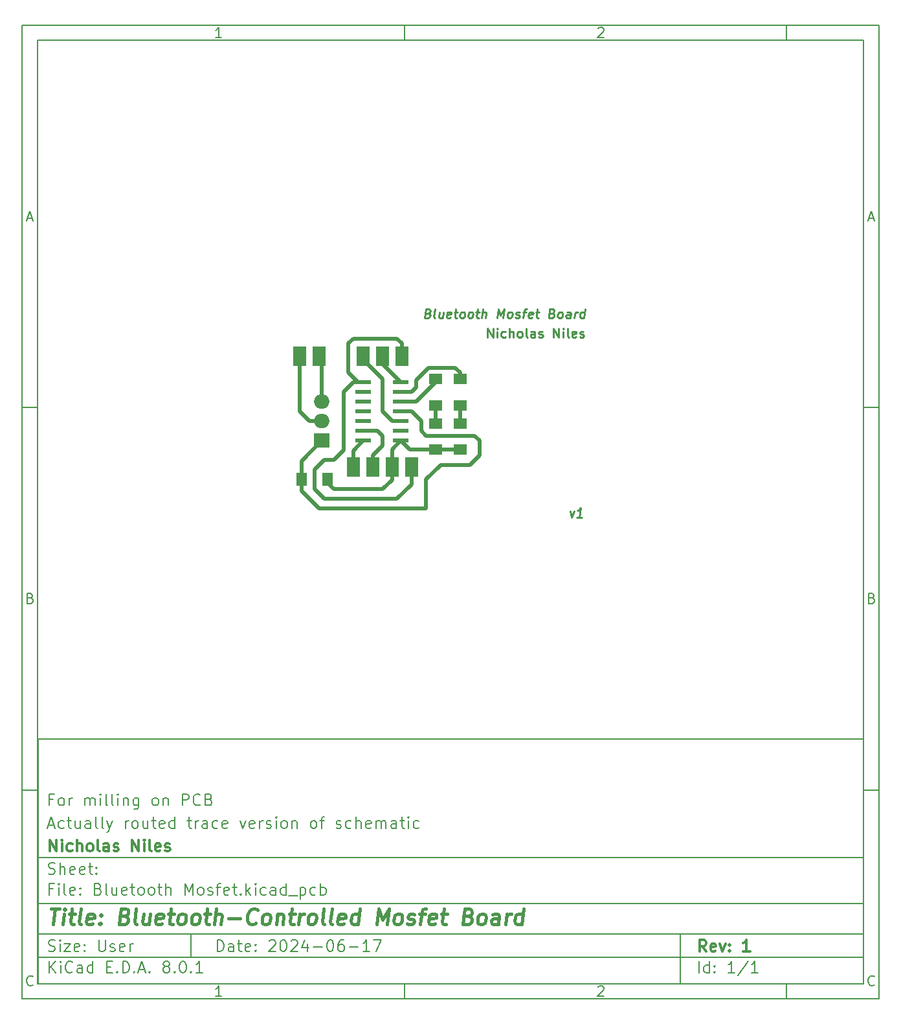
<source format=gbr>
%TF.GenerationSoftware,KiCad,Pcbnew,8.0.1*%
%TF.CreationDate,2024-06-17T11:29:09-04:00*%
%TF.ProjectId,Bluetooth Mosfet,426c7565-746f-46f7-9468-204d6f736665,1*%
%TF.SameCoordinates,Original*%
%TF.FileFunction,Copper,L1,Top*%
%TF.FilePolarity,Positive*%
%FSLAX46Y46*%
G04 Gerber Fmt 4.6, Leading zero omitted, Abs format (unit mm)*
G04 Created by KiCad (PCBNEW 8.0.1) date 2024-06-17 11:29:09*
%MOMM*%
%LPD*%
G01*
G04 APERTURE LIST*
%ADD10C,0.100000*%
%ADD11C,0.150000*%
%ADD12C,0.300000*%
%ADD13C,0.400000*%
%ADD14C,0.240000*%
%TA.AperFunction,NonConductor*%
%ADD15C,0.240000*%
%TD*%
%TA.AperFunction,SMDPad,CuDef*%
%ADD16R,1.400000X1.700000*%
%TD*%
%TA.AperFunction,SMDPad,CuDef*%
%ADD17R,1.700000X1.400000*%
%TD*%
%TA.AperFunction,SMDPad,CuDef*%
%ADD18R,1.700000X2.500000*%
%TD*%
%TA.AperFunction,ComponentPad*%
%ADD19R,2.000000X1.905000*%
%TD*%
%TA.AperFunction,ComponentPad*%
%ADD20O,2.000000X1.905000*%
%TD*%
%TA.AperFunction,SMDPad,CuDef*%
%ADD21R,2.000000X0.600000*%
%TD*%
%TA.AperFunction,Conductor*%
%ADD22C,0.500000*%
%TD*%
G04 APERTURE END LIST*
D10*
D11*
X12080000Y-103320000D02*
X120080000Y-103320000D01*
X120080000Y-135320000D01*
X12080000Y-135320000D01*
X12080000Y-103320000D01*
D10*
D11*
X10000000Y-10000000D02*
X122080000Y-10000000D01*
X122080000Y-137320000D01*
X10000000Y-137320000D01*
X10000000Y-10000000D01*
D10*
D11*
X12000000Y-12000000D02*
X120080000Y-12000000D01*
X120080000Y-135320000D01*
X12000000Y-135320000D01*
X12000000Y-12000000D01*
D10*
D11*
X60000000Y-12000000D02*
X60000000Y-10000000D01*
D10*
D11*
X110000000Y-12000000D02*
X110000000Y-10000000D01*
D10*
D11*
X36089160Y-11593604D02*
X35346303Y-11593604D01*
X35717731Y-11593604D02*
X35717731Y-10293604D01*
X35717731Y-10293604D02*
X35593922Y-10479319D01*
X35593922Y-10479319D02*
X35470112Y-10603128D01*
X35470112Y-10603128D02*
X35346303Y-10665033D01*
D10*
D11*
X85346303Y-10417414D02*
X85408207Y-10355509D01*
X85408207Y-10355509D02*
X85532017Y-10293604D01*
X85532017Y-10293604D02*
X85841541Y-10293604D01*
X85841541Y-10293604D02*
X85965350Y-10355509D01*
X85965350Y-10355509D02*
X86027255Y-10417414D01*
X86027255Y-10417414D02*
X86089160Y-10541223D01*
X86089160Y-10541223D02*
X86089160Y-10665033D01*
X86089160Y-10665033D02*
X86027255Y-10850747D01*
X86027255Y-10850747D02*
X85284398Y-11593604D01*
X85284398Y-11593604D02*
X86089160Y-11593604D01*
D10*
D11*
X60000000Y-135320000D02*
X60000000Y-137320000D01*
D10*
D11*
X110000000Y-135320000D02*
X110000000Y-137320000D01*
D10*
D11*
X36089160Y-136913604D02*
X35346303Y-136913604D01*
X35717731Y-136913604D02*
X35717731Y-135613604D01*
X35717731Y-135613604D02*
X35593922Y-135799319D01*
X35593922Y-135799319D02*
X35470112Y-135923128D01*
X35470112Y-135923128D02*
X35346303Y-135985033D01*
D10*
D11*
X85346303Y-135737414D02*
X85408207Y-135675509D01*
X85408207Y-135675509D02*
X85532017Y-135613604D01*
X85532017Y-135613604D02*
X85841541Y-135613604D01*
X85841541Y-135613604D02*
X85965350Y-135675509D01*
X85965350Y-135675509D02*
X86027255Y-135737414D01*
X86027255Y-135737414D02*
X86089160Y-135861223D01*
X86089160Y-135861223D02*
X86089160Y-135985033D01*
X86089160Y-135985033D02*
X86027255Y-136170747D01*
X86027255Y-136170747D02*
X85284398Y-136913604D01*
X85284398Y-136913604D02*
X86089160Y-136913604D01*
D10*
D11*
X10000000Y-60000000D02*
X12000000Y-60000000D01*
D10*
D11*
X10000000Y-110000000D02*
X12000000Y-110000000D01*
D10*
D11*
X10690476Y-35222176D02*
X11309523Y-35222176D01*
X10566666Y-35593604D02*
X10999999Y-34293604D01*
X10999999Y-34293604D02*
X11433333Y-35593604D01*
D10*
D11*
X11092857Y-84912652D02*
X11278571Y-84974557D01*
X11278571Y-84974557D02*
X11340476Y-85036461D01*
X11340476Y-85036461D02*
X11402380Y-85160271D01*
X11402380Y-85160271D02*
X11402380Y-85345985D01*
X11402380Y-85345985D02*
X11340476Y-85469795D01*
X11340476Y-85469795D02*
X11278571Y-85531700D01*
X11278571Y-85531700D02*
X11154761Y-85593604D01*
X11154761Y-85593604D02*
X10659523Y-85593604D01*
X10659523Y-85593604D02*
X10659523Y-84293604D01*
X10659523Y-84293604D02*
X11092857Y-84293604D01*
X11092857Y-84293604D02*
X11216666Y-84355509D01*
X11216666Y-84355509D02*
X11278571Y-84417414D01*
X11278571Y-84417414D02*
X11340476Y-84541223D01*
X11340476Y-84541223D02*
X11340476Y-84665033D01*
X11340476Y-84665033D02*
X11278571Y-84788842D01*
X11278571Y-84788842D02*
X11216666Y-84850747D01*
X11216666Y-84850747D02*
X11092857Y-84912652D01*
X11092857Y-84912652D02*
X10659523Y-84912652D01*
D10*
D11*
X11402380Y-135469795D02*
X11340476Y-135531700D01*
X11340476Y-135531700D02*
X11154761Y-135593604D01*
X11154761Y-135593604D02*
X11030952Y-135593604D01*
X11030952Y-135593604D02*
X10845238Y-135531700D01*
X10845238Y-135531700D02*
X10721428Y-135407890D01*
X10721428Y-135407890D02*
X10659523Y-135284080D01*
X10659523Y-135284080D02*
X10597619Y-135036461D01*
X10597619Y-135036461D02*
X10597619Y-134850747D01*
X10597619Y-134850747D02*
X10659523Y-134603128D01*
X10659523Y-134603128D02*
X10721428Y-134479319D01*
X10721428Y-134479319D02*
X10845238Y-134355509D01*
X10845238Y-134355509D02*
X11030952Y-134293604D01*
X11030952Y-134293604D02*
X11154761Y-134293604D01*
X11154761Y-134293604D02*
X11340476Y-134355509D01*
X11340476Y-134355509D02*
X11402380Y-134417414D01*
D10*
D11*
X122080000Y-60000000D02*
X120080000Y-60000000D01*
D10*
D11*
X122080000Y-110000000D02*
X120080000Y-110000000D01*
D10*
D11*
X120770476Y-35222176D02*
X121389523Y-35222176D01*
X120646666Y-35593604D02*
X121079999Y-34293604D01*
X121079999Y-34293604D02*
X121513333Y-35593604D01*
D10*
D11*
X121172857Y-84912652D02*
X121358571Y-84974557D01*
X121358571Y-84974557D02*
X121420476Y-85036461D01*
X121420476Y-85036461D02*
X121482380Y-85160271D01*
X121482380Y-85160271D02*
X121482380Y-85345985D01*
X121482380Y-85345985D02*
X121420476Y-85469795D01*
X121420476Y-85469795D02*
X121358571Y-85531700D01*
X121358571Y-85531700D02*
X121234761Y-85593604D01*
X121234761Y-85593604D02*
X120739523Y-85593604D01*
X120739523Y-85593604D02*
X120739523Y-84293604D01*
X120739523Y-84293604D02*
X121172857Y-84293604D01*
X121172857Y-84293604D02*
X121296666Y-84355509D01*
X121296666Y-84355509D02*
X121358571Y-84417414D01*
X121358571Y-84417414D02*
X121420476Y-84541223D01*
X121420476Y-84541223D02*
X121420476Y-84665033D01*
X121420476Y-84665033D02*
X121358571Y-84788842D01*
X121358571Y-84788842D02*
X121296666Y-84850747D01*
X121296666Y-84850747D02*
X121172857Y-84912652D01*
X121172857Y-84912652D02*
X120739523Y-84912652D01*
D10*
D11*
X121482380Y-135469795D02*
X121420476Y-135531700D01*
X121420476Y-135531700D02*
X121234761Y-135593604D01*
X121234761Y-135593604D02*
X121110952Y-135593604D01*
X121110952Y-135593604D02*
X120925238Y-135531700D01*
X120925238Y-135531700D02*
X120801428Y-135407890D01*
X120801428Y-135407890D02*
X120739523Y-135284080D01*
X120739523Y-135284080D02*
X120677619Y-135036461D01*
X120677619Y-135036461D02*
X120677619Y-134850747D01*
X120677619Y-134850747D02*
X120739523Y-134603128D01*
X120739523Y-134603128D02*
X120801428Y-134479319D01*
X120801428Y-134479319D02*
X120925238Y-134355509D01*
X120925238Y-134355509D02*
X121110952Y-134293604D01*
X121110952Y-134293604D02*
X121234761Y-134293604D01*
X121234761Y-134293604D02*
X121420476Y-134355509D01*
X121420476Y-134355509D02*
X121482380Y-134417414D01*
D10*
D11*
X35535826Y-131106128D02*
X35535826Y-129606128D01*
X35535826Y-129606128D02*
X35892969Y-129606128D01*
X35892969Y-129606128D02*
X36107255Y-129677557D01*
X36107255Y-129677557D02*
X36250112Y-129820414D01*
X36250112Y-129820414D02*
X36321541Y-129963271D01*
X36321541Y-129963271D02*
X36392969Y-130248985D01*
X36392969Y-130248985D02*
X36392969Y-130463271D01*
X36392969Y-130463271D02*
X36321541Y-130748985D01*
X36321541Y-130748985D02*
X36250112Y-130891842D01*
X36250112Y-130891842D02*
X36107255Y-131034700D01*
X36107255Y-131034700D02*
X35892969Y-131106128D01*
X35892969Y-131106128D02*
X35535826Y-131106128D01*
X37678684Y-131106128D02*
X37678684Y-130320414D01*
X37678684Y-130320414D02*
X37607255Y-130177557D01*
X37607255Y-130177557D02*
X37464398Y-130106128D01*
X37464398Y-130106128D02*
X37178684Y-130106128D01*
X37178684Y-130106128D02*
X37035826Y-130177557D01*
X37678684Y-131034700D02*
X37535826Y-131106128D01*
X37535826Y-131106128D02*
X37178684Y-131106128D01*
X37178684Y-131106128D02*
X37035826Y-131034700D01*
X37035826Y-131034700D02*
X36964398Y-130891842D01*
X36964398Y-130891842D02*
X36964398Y-130748985D01*
X36964398Y-130748985D02*
X37035826Y-130606128D01*
X37035826Y-130606128D02*
X37178684Y-130534700D01*
X37178684Y-130534700D02*
X37535826Y-130534700D01*
X37535826Y-130534700D02*
X37678684Y-130463271D01*
X38178684Y-130106128D02*
X38750112Y-130106128D01*
X38392969Y-129606128D02*
X38392969Y-130891842D01*
X38392969Y-130891842D02*
X38464398Y-131034700D01*
X38464398Y-131034700D02*
X38607255Y-131106128D01*
X38607255Y-131106128D02*
X38750112Y-131106128D01*
X39821541Y-131034700D02*
X39678684Y-131106128D01*
X39678684Y-131106128D02*
X39392970Y-131106128D01*
X39392970Y-131106128D02*
X39250112Y-131034700D01*
X39250112Y-131034700D02*
X39178684Y-130891842D01*
X39178684Y-130891842D02*
X39178684Y-130320414D01*
X39178684Y-130320414D02*
X39250112Y-130177557D01*
X39250112Y-130177557D02*
X39392970Y-130106128D01*
X39392970Y-130106128D02*
X39678684Y-130106128D01*
X39678684Y-130106128D02*
X39821541Y-130177557D01*
X39821541Y-130177557D02*
X39892970Y-130320414D01*
X39892970Y-130320414D02*
X39892970Y-130463271D01*
X39892970Y-130463271D02*
X39178684Y-130606128D01*
X40535826Y-130963271D02*
X40607255Y-131034700D01*
X40607255Y-131034700D02*
X40535826Y-131106128D01*
X40535826Y-131106128D02*
X40464398Y-131034700D01*
X40464398Y-131034700D02*
X40535826Y-130963271D01*
X40535826Y-130963271D02*
X40535826Y-131106128D01*
X40535826Y-130177557D02*
X40607255Y-130248985D01*
X40607255Y-130248985D02*
X40535826Y-130320414D01*
X40535826Y-130320414D02*
X40464398Y-130248985D01*
X40464398Y-130248985D02*
X40535826Y-130177557D01*
X40535826Y-130177557D02*
X40535826Y-130320414D01*
X42321541Y-129748985D02*
X42392969Y-129677557D01*
X42392969Y-129677557D02*
X42535827Y-129606128D01*
X42535827Y-129606128D02*
X42892969Y-129606128D01*
X42892969Y-129606128D02*
X43035827Y-129677557D01*
X43035827Y-129677557D02*
X43107255Y-129748985D01*
X43107255Y-129748985D02*
X43178684Y-129891842D01*
X43178684Y-129891842D02*
X43178684Y-130034700D01*
X43178684Y-130034700D02*
X43107255Y-130248985D01*
X43107255Y-130248985D02*
X42250112Y-131106128D01*
X42250112Y-131106128D02*
X43178684Y-131106128D01*
X44107255Y-129606128D02*
X44250112Y-129606128D01*
X44250112Y-129606128D02*
X44392969Y-129677557D01*
X44392969Y-129677557D02*
X44464398Y-129748985D01*
X44464398Y-129748985D02*
X44535826Y-129891842D01*
X44535826Y-129891842D02*
X44607255Y-130177557D01*
X44607255Y-130177557D02*
X44607255Y-130534700D01*
X44607255Y-130534700D02*
X44535826Y-130820414D01*
X44535826Y-130820414D02*
X44464398Y-130963271D01*
X44464398Y-130963271D02*
X44392969Y-131034700D01*
X44392969Y-131034700D02*
X44250112Y-131106128D01*
X44250112Y-131106128D02*
X44107255Y-131106128D01*
X44107255Y-131106128D02*
X43964398Y-131034700D01*
X43964398Y-131034700D02*
X43892969Y-130963271D01*
X43892969Y-130963271D02*
X43821540Y-130820414D01*
X43821540Y-130820414D02*
X43750112Y-130534700D01*
X43750112Y-130534700D02*
X43750112Y-130177557D01*
X43750112Y-130177557D02*
X43821540Y-129891842D01*
X43821540Y-129891842D02*
X43892969Y-129748985D01*
X43892969Y-129748985D02*
X43964398Y-129677557D01*
X43964398Y-129677557D02*
X44107255Y-129606128D01*
X45178683Y-129748985D02*
X45250111Y-129677557D01*
X45250111Y-129677557D02*
X45392969Y-129606128D01*
X45392969Y-129606128D02*
X45750111Y-129606128D01*
X45750111Y-129606128D02*
X45892969Y-129677557D01*
X45892969Y-129677557D02*
X45964397Y-129748985D01*
X45964397Y-129748985D02*
X46035826Y-129891842D01*
X46035826Y-129891842D02*
X46035826Y-130034700D01*
X46035826Y-130034700D02*
X45964397Y-130248985D01*
X45964397Y-130248985D02*
X45107254Y-131106128D01*
X45107254Y-131106128D02*
X46035826Y-131106128D01*
X47321540Y-130106128D02*
X47321540Y-131106128D01*
X46964397Y-129534700D02*
X46607254Y-130606128D01*
X46607254Y-130606128D02*
X47535825Y-130606128D01*
X48107253Y-130534700D02*
X49250111Y-130534700D01*
X50250111Y-129606128D02*
X50392968Y-129606128D01*
X50392968Y-129606128D02*
X50535825Y-129677557D01*
X50535825Y-129677557D02*
X50607254Y-129748985D01*
X50607254Y-129748985D02*
X50678682Y-129891842D01*
X50678682Y-129891842D02*
X50750111Y-130177557D01*
X50750111Y-130177557D02*
X50750111Y-130534700D01*
X50750111Y-130534700D02*
X50678682Y-130820414D01*
X50678682Y-130820414D02*
X50607254Y-130963271D01*
X50607254Y-130963271D02*
X50535825Y-131034700D01*
X50535825Y-131034700D02*
X50392968Y-131106128D01*
X50392968Y-131106128D02*
X50250111Y-131106128D01*
X50250111Y-131106128D02*
X50107254Y-131034700D01*
X50107254Y-131034700D02*
X50035825Y-130963271D01*
X50035825Y-130963271D02*
X49964396Y-130820414D01*
X49964396Y-130820414D02*
X49892968Y-130534700D01*
X49892968Y-130534700D02*
X49892968Y-130177557D01*
X49892968Y-130177557D02*
X49964396Y-129891842D01*
X49964396Y-129891842D02*
X50035825Y-129748985D01*
X50035825Y-129748985D02*
X50107254Y-129677557D01*
X50107254Y-129677557D02*
X50250111Y-129606128D01*
X52035825Y-129606128D02*
X51750110Y-129606128D01*
X51750110Y-129606128D02*
X51607253Y-129677557D01*
X51607253Y-129677557D02*
X51535825Y-129748985D01*
X51535825Y-129748985D02*
X51392967Y-129963271D01*
X51392967Y-129963271D02*
X51321539Y-130248985D01*
X51321539Y-130248985D02*
X51321539Y-130820414D01*
X51321539Y-130820414D02*
X51392967Y-130963271D01*
X51392967Y-130963271D02*
X51464396Y-131034700D01*
X51464396Y-131034700D02*
X51607253Y-131106128D01*
X51607253Y-131106128D02*
X51892967Y-131106128D01*
X51892967Y-131106128D02*
X52035825Y-131034700D01*
X52035825Y-131034700D02*
X52107253Y-130963271D01*
X52107253Y-130963271D02*
X52178682Y-130820414D01*
X52178682Y-130820414D02*
X52178682Y-130463271D01*
X52178682Y-130463271D02*
X52107253Y-130320414D01*
X52107253Y-130320414D02*
X52035825Y-130248985D01*
X52035825Y-130248985D02*
X51892967Y-130177557D01*
X51892967Y-130177557D02*
X51607253Y-130177557D01*
X51607253Y-130177557D02*
X51464396Y-130248985D01*
X51464396Y-130248985D02*
X51392967Y-130320414D01*
X51392967Y-130320414D02*
X51321539Y-130463271D01*
X52821538Y-130534700D02*
X53964396Y-130534700D01*
X55464396Y-131106128D02*
X54607253Y-131106128D01*
X55035824Y-131106128D02*
X55035824Y-129606128D01*
X55035824Y-129606128D02*
X54892967Y-129820414D01*
X54892967Y-129820414D02*
X54750110Y-129963271D01*
X54750110Y-129963271D02*
X54607253Y-130034700D01*
X55964395Y-129606128D02*
X56964395Y-129606128D01*
X56964395Y-129606128D02*
X56321538Y-131106128D01*
D10*
D11*
X12080000Y-131820000D02*
X120080000Y-131820000D01*
D10*
D11*
X13535826Y-133906128D02*
X13535826Y-132406128D01*
X14392969Y-133906128D02*
X13750112Y-133048985D01*
X14392969Y-132406128D02*
X13535826Y-133263271D01*
X15035826Y-133906128D02*
X15035826Y-132906128D01*
X15035826Y-132406128D02*
X14964398Y-132477557D01*
X14964398Y-132477557D02*
X15035826Y-132548985D01*
X15035826Y-132548985D02*
X15107255Y-132477557D01*
X15107255Y-132477557D02*
X15035826Y-132406128D01*
X15035826Y-132406128D02*
X15035826Y-132548985D01*
X16607255Y-133763271D02*
X16535827Y-133834700D01*
X16535827Y-133834700D02*
X16321541Y-133906128D01*
X16321541Y-133906128D02*
X16178684Y-133906128D01*
X16178684Y-133906128D02*
X15964398Y-133834700D01*
X15964398Y-133834700D02*
X15821541Y-133691842D01*
X15821541Y-133691842D02*
X15750112Y-133548985D01*
X15750112Y-133548985D02*
X15678684Y-133263271D01*
X15678684Y-133263271D02*
X15678684Y-133048985D01*
X15678684Y-133048985D02*
X15750112Y-132763271D01*
X15750112Y-132763271D02*
X15821541Y-132620414D01*
X15821541Y-132620414D02*
X15964398Y-132477557D01*
X15964398Y-132477557D02*
X16178684Y-132406128D01*
X16178684Y-132406128D02*
X16321541Y-132406128D01*
X16321541Y-132406128D02*
X16535827Y-132477557D01*
X16535827Y-132477557D02*
X16607255Y-132548985D01*
X17892970Y-133906128D02*
X17892970Y-133120414D01*
X17892970Y-133120414D02*
X17821541Y-132977557D01*
X17821541Y-132977557D02*
X17678684Y-132906128D01*
X17678684Y-132906128D02*
X17392970Y-132906128D01*
X17392970Y-132906128D02*
X17250112Y-132977557D01*
X17892970Y-133834700D02*
X17750112Y-133906128D01*
X17750112Y-133906128D02*
X17392970Y-133906128D01*
X17392970Y-133906128D02*
X17250112Y-133834700D01*
X17250112Y-133834700D02*
X17178684Y-133691842D01*
X17178684Y-133691842D02*
X17178684Y-133548985D01*
X17178684Y-133548985D02*
X17250112Y-133406128D01*
X17250112Y-133406128D02*
X17392970Y-133334700D01*
X17392970Y-133334700D02*
X17750112Y-133334700D01*
X17750112Y-133334700D02*
X17892970Y-133263271D01*
X19250113Y-133906128D02*
X19250113Y-132406128D01*
X19250113Y-133834700D02*
X19107255Y-133906128D01*
X19107255Y-133906128D02*
X18821541Y-133906128D01*
X18821541Y-133906128D02*
X18678684Y-133834700D01*
X18678684Y-133834700D02*
X18607255Y-133763271D01*
X18607255Y-133763271D02*
X18535827Y-133620414D01*
X18535827Y-133620414D02*
X18535827Y-133191842D01*
X18535827Y-133191842D02*
X18607255Y-133048985D01*
X18607255Y-133048985D02*
X18678684Y-132977557D01*
X18678684Y-132977557D02*
X18821541Y-132906128D01*
X18821541Y-132906128D02*
X19107255Y-132906128D01*
X19107255Y-132906128D02*
X19250113Y-132977557D01*
X21107255Y-133120414D02*
X21607255Y-133120414D01*
X21821541Y-133906128D02*
X21107255Y-133906128D01*
X21107255Y-133906128D02*
X21107255Y-132406128D01*
X21107255Y-132406128D02*
X21821541Y-132406128D01*
X22464398Y-133763271D02*
X22535827Y-133834700D01*
X22535827Y-133834700D02*
X22464398Y-133906128D01*
X22464398Y-133906128D02*
X22392970Y-133834700D01*
X22392970Y-133834700D02*
X22464398Y-133763271D01*
X22464398Y-133763271D02*
X22464398Y-133906128D01*
X23178684Y-133906128D02*
X23178684Y-132406128D01*
X23178684Y-132406128D02*
X23535827Y-132406128D01*
X23535827Y-132406128D02*
X23750113Y-132477557D01*
X23750113Y-132477557D02*
X23892970Y-132620414D01*
X23892970Y-132620414D02*
X23964399Y-132763271D01*
X23964399Y-132763271D02*
X24035827Y-133048985D01*
X24035827Y-133048985D02*
X24035827Y-133263271D01*
X24035827Y-133263271D02*
X23964399Y-133548985D01*
X23964399Y-133548985D02*
X23892970Y-133691842D01*
X23892970Y-133691842D02*
X23750113Y-133834700D01*
X23750113Y-133834700D02*
X23535827Y-133906128D01*
X23535827Y-133906128D02*
X23178684Y-133906128D01*
X24678684Y-133763271D02*
X24750113Y-133834700D01*
X24750113Y-133834700D02*
X24678684Y-133906128D01*
X24678684Y-133906128D02*
X24607256Y-133834700D01*
X24607256Y-133834700D02*
X24678684Y-133763271D01*
X24678684Y-133763271D02*
X24678684Y-133906128D01*
X25321542Y-133477557D02*
X26035828Y-133477557D01*
X25178685Y-133906128D02*
X25678685Y-132406128D01*
X25678685Y-132406128D02*
X26178685Y-133906128D01*
X26678684Y-133763271D02*
X26750113Y-133834700D01*
X26750113Y-133834700D02*
X26678684Y-133906128D01*
X26678684Y-133906128D02*
X26607256Y-133834700D01*
X26607256Y-133834700D02*
X26678684Y-133763271D01*
X26678684Y-133763271D02*
X26678684Y-133906128D01*
X28750113Y-133048985D02*
X28607256Y-132977557D01*
X28607256Y-132977557D02*
X28535827Y-132906128D01*
X28535827Y-132906128D02*
X28464399Y-132763271D01*
X28464399Y-132763271D02*
X28464399Y-132691842D01*
X28464399Y-132691842D02*
X28535827Y-132548985D01*
X28535827Y-132548985D02*
X28607256Y-132477557D01*
X28607256Y-132477557D02*
X28750113Y-132406128D01*
X28750113Y-132406128D02*
X29035827Y-132406128D01*
X29035827Y-132406128D02*
X29178685Y-132477557D01*
X29178685Y-132477557D02*
X29250113Y-132548985D01*
X29250113Y-132548985D02*
X29321542Y-132691842D01*
X29321542Y-132691842D02*
X29321542Y-132763271D01*
X29321542Y-132763271D02*
X29250113Y-132906128D01*
X29250113Y-132906128D02*
X29178685Y-132977557D01*
X29178685Y-132977557D02*
X29035827Y-133048985D01*
X29035827Y-133048985D02*
X28750113Y-133048985D01*
X28750113Y-133048985D02*
X28607256Y-133120414D01*
X28607256Y-133120414D02*
X28535827Y-133191842D01*
X28535827Y-133191842D02*
X28464399Y-133334700D01*
X28464399Y-133334700D02*
X28464399Y-133620414D01*
X28464399Y-133620414D02*
X28535827Y-133763271D01*
X28535827Y-133763271D02*
X28607256Y-133834700D01*
X28607256Y-133834700D02*
X28750113Y-133906128D01*
X28750113Y-133906128D02*
X29035827Y-133906128D01*
X29035827Y-133906128D02*
X29178685Y-133834700D01*
X29178685Y-133834700D02*
X29250113Y-133763271D01*
X29250113Y-133763271D02*
X29321542Y-133620414D01*
X29321542Y-133620414D02*
X29321542Y-133334700D01*
X29321542Y-133334700D02*
X29250113Y-133191842D01*
X29250113Y-133191842D02*
X29178685Y-133120414D01*
X29178685Y-133120414D02*
X29035827Y-133048985D01*
X29964398Y-133763271D02*
X30035827Y-133834700D01*
X30035827Y-133834700D02*
X29964398Y-133906128D01*
X29964398Y-133906128D02*
X29892970Y-133834700D01*
X29892970Y-133834700D02*
X29964398Y-133763271D01*
X29964398Y-133763271D02*
X29964398Y-133906128D01*
X30964399Y-132406128D02*
X31107256Y-132406128D01*
X31107256Y-132406128D02*
X31250113Y-132477557D01*
X31250113Y-132477557D02*
X31321542Y-132548985D01*
X31321542Y-132548985D02*
X31392970Y-132691842D01*
X31392970Y-132691842D02*
X31464399Y-132977557D01*
X31464399Y-132977557D02*
X31464399Y-133334700D01*
X31464399Y-133334700D02*
X31392970Y-133620414D01*
X31392970Y-133620414D02*
X31321542Y-133763271D01*
X31321542Y-133763271D02*
X31250113Y-133834700D01*
X31250113Y-133834700D02*
X31107256Y-133906128D01*
X31107256Y-133906128D02*
X30964399Y-133906128D01*
X30964399Y-133906128D02*
X30821542Y-133834700D01*
X30821542Y-133834700D02*
X30750113Y-133763271D01*
X30750113Y-133763271D02*
X30678684Y-133620414D01*
X30678684Y-133620414D02*
X30607256Y-133334700D01*
X30607256Y-133334700D02*
X30607256Y-132977557D01*
X30607256Y-132977557D02*
X30678684Y-132691842D01*
X30678684Y-132691842D02*
X30750113Y-132548985D01*
X30750113Y-132548985D02*
X30821542Y-132477557D01*
X30821542Y-132477557D02*
X30964399Y-132406128D01*
X32107255Y-133763271D02*
X32178684Y-133834700D01*
X32178684Y-133834700D02*
X32107255Y-133906128D01*
X32107255Y-133906128D02*
X32035827Y-133834700D01*
X32035827Y-133834700D02*
X32107255Y-133763271D01*
X32107255Y-133763271D02*
X32107255Y-133906128D01*
X33607256Y-133906128D02*
X32750113Y-133906128D01*
X33178684Y-133906128D02*
X33178684Y-132406128D01*
X33178684Y-132406128D02*
X33035827Y-132620414D01*
X33035827Y-132620414D02*
X32892970Y-132763271D01*
X32892970Y-132763271D02*
X32750113Y-132834700D01*
D10*
D11*
X12080000Y-128820000D02*
X120080000Y-128820000D01*
D10*
D12*
X99491653Y-131098328D02*
X98991653Y-130384042D01*
X98634510Y-131098328D02*
X98634510Y-129598328D01*
X98634510Y-129598328D02*
X99205939Y-129598328D01*
X99205939Y-129598328D02*
X99348796Y-129669757D01*
X99348796Y-129669757D02*
X99420225Y-129741185D01*
X99420225Y-129741185D02*
X99491653Y-129884042D01*
X99491653Y-129884042D02*
X99491653Y-130098328D01*
X99491653Y-130098328D02*
X99420225Y-130241185D01*
X99420225Y-130241185D02*
X99348796Y-130312614D01*
X99348796Y-130312614D02*
X99205939Y-130384042D01*
X99205939Y-130384042D02*
X98634510Y-130384042D01*
X100705939Y-131026900D02*
X100563082Y-131098328D01*
X100563082Y-131098328D02*
X100277368Y-131098328D01*
X100277368Y-131098328D02*
X100134510Y-131026900D01*
X100134510Y-131026900D02*
X100063082Y-130884042D01*
X100063082Y-130884042D02*
X100063082Y-130312614D01*
X100063082Y-130312614D02*
X100134510Y-130169757D01*
X100134510Y-130169757D02*
X100277368Y-130098328D01*
X100277368Y-130098328D02*
X100563082Y-130098328D01*
X100563082Y-130098328D02*
X100705939Y-130169757D01*
X100705939Y-130169757D02*
X100777368Y-130312614D01*
X100777368Y-130312614D02*
X100777368Y-130455471D01*
X100777368Y-130455471D02*
X100063082Y-130598328D01*
X101277367Y-130098328D02*
X101634510Y-131098328D01*
X101634510Y-131098328D02*
X101991653Y-130098328D01*
X102563081Y-130955471D02*
X102634510Y-131026900D01*
X102634510Y-131026900D02*
X102563081Y-131098328D01*
X102563081Y-131098328D02*
X102491653Y-131026900D01*
X102491653Y-131026900D02*
X102563081Y-130955471D01*
X102563081Y-130955471D02*
X102563081Y-131098328D01*
X102563081Y-130169757D02*
X102634510Y-130241185D01*
X102634510Y-130241185D02*
X102563081Y-130312614D01*
X102563081Y-130312614D02*
X102491653Y-130241185D01*
X102491653Y-130241185D02*
X102563081Y-130169757D01*
X102563081Y-130169757D02*
X102563081Y-130312614D01*
X105205939Y-131098328D02*
X104348796Y-131098328D01*
X104777367Y-131098328D02*
X104777367Y-129598328D01*
X104777367Y-129598328D02*
X104634510Y-129812614D01*
X104634510Y-129812614D02*
X104491653Y-129955471D01*
X104491653Y-129955471D02*
X104348796Y-130026900D01*
D10*
D11*
X13464398Y-131034700D02*
X13678684Y-131106128D01*
X13678684Y-131106128D02*
X14035826Y-131106128D01*
X14035826Y-131106128D02*
X14178684Y-131034700D01*
X14178684Y-131034700D02*
X14250112Y-130963271D01*
X14250112Y-130963271D02*
X14321541Y-130820414D01*
X14321541Y-130820414D02*
X14321541Y-130677557D01*
X14321541Y-130677557D02*
X14250112Y-130534700D01*
X14250112Y-130534700D02*
X14178684Y-130463271D01*
X14178684Y-130463271D02*
X14035826Y-130391842D01*
X14035826Y-130391842D02*
X13750112Y-130320414D01*
X13750112Y-130320414D02*
X13607255Y-130248985D01*
X13607255Y-130248985D02*
X13535826Y-130177557D01*
X13535826Y-130177557D02*
X13464398Y-130034700D01*
X13464398Y-130034700D02*
X13464398Y-129891842D01*
X13464398Y-129891842D02*
X13535826Y-129748985D01*
X13535826Y-129748985D02*
X13607255Y-129677557D01*
X13607255Y-129677557D02*
X13750112Y-129606128D01*
X13750112Y-129606128D02*
X14107255Y-129606128D01*
X14107255Y-129606128D02*
X14321541Y-129677557D01*
X14964397Y-131106128D02*
X14964397Y-130106128D01*
X14964397Y-129606128D02*
X14892969Y-129677557D01*
X14892969Y-129677557D02*
X14964397Y-129748985D01*
X14964397Y-129748985D02*
X15035826Y-129677557D01*
X15035826Y-129677557D02*
X14964397Y-129606128D01*
X14964397Y-129606128D02*
X14964397Y-129748985D01*
X15535826Y-130106128D02*
X16321541Y-130106128D01*
X16321541Y-130106128D02*
X15535826Y-131106128D01*
X15535826Y-131106128D02*
X16321541Y-131106128D01*
X17464398Y-131034700D02*
X17321541Y-131106128D01*
X17321541Y-131106128D02*
X17035827Y-131106128D01*
X17035827Y-131106128D02*
X16892969Y-131034700D01*
X16892969Y-131034700D02*
X16821541Y-130891842D01*
X16821541Y-130891842D02*
X16821541Y-130320414D01*
X16821541Y-130320414D02*
X16892969Y-130177557D01*
X16892969Y-130177557D02*
X17035827Y-130106128D01*
X17035827Y-130106128D02*
X17321541Y-130106128D01*
X17321541Y-130106128D02*
X17464398Y-130177557D01*
X17464398Y-130177557D02*
X17535827Y-130320414D01*
X17535827Y-130320414D02*
X17535827Y-130463271D01*
X17535827Y-130463271D02*
X16821541Y-130606128D01*
X18178683Y-130963271D02*
X18250112Y-131034700D01*
X18250112Y-131034700D02*
X18178683Y-131106128D01*
X18178683Y-131106128D02*
X18107255Y-131034700D01*
X18107255Y-131034700D02*
X18178683Y-130963271D01*
X18178683Y-130963271D02*
X18178683Y-131106128D01*
X18178683Y-130177557D02*
X18250112Y-130248985D01*
X18250112Y-130248985D02*
X18178683Y-130320414D01*
X18178683Y-130320414D02*
X18107255Y-130248985D01*
X18107255Y-130248985D02*
X18178683Y-130177557D01*
X18178683Y-130177557D02*
X18178683Y-130320414D01*
X20035826Y-129606128D02*
X20035826Y-130820414D01*
X20035826Y-130820414D02*
X20107255Y-130963271D01*
X20107255Y-130963271D02*
X20178684Y-131034700D01*
X20178684Y-131034700D02*
X20321541Y-131106128D01*
X20321541Y-131106128D02*
X20607255Y-131106128D01*
X20607255Y-131106128D02*
X20750112Y-131034700D01*
X20750112Y-131034700D02*
X20821541Y-130963271D01*
X20821541Y-130963271D02*
X20892969Y-130820414D01*
X20892969Y-130820414D02*
X20892969Y-129606128D01*
X21535827Y-131034700D02*
X21678684Y-131106128D01*
X21678684Y-131106128D02*
X21964398Y-131106128D01*
X21964398Y-131106128D02*
X22107255Y-131034700D01*
X22107255Y-131034700D02*
X22178684Y-130891842D01*
X22178684Y-130891842D02*
X22178684Y-130820414D01*
X22178684Y-130820414D02*
X22107255Y-130677557D01*
X22107255Y-130677557D02*
X21964398Y-130606128D01*
X21964398Y-130606128D02*
X21750113Y-130606128D01*
X21750113Y-130606128D02*
X21607255Y-130534700D01*
X21607255Y-130534700D02*
X21535827Y-130391842D01*
X21535827Y-130391842D02*
X21535827Y-130320414D01*
X21535827Y-130320414D02*
X21607255Y-130177557D01*
X21607255Y-130177557D02*
X21750113Y-130106128D01*
X21750113Y-130106128D02*
X21964398Y-130106128D01*
X21964398Y-130106128D02*
X22107255Y-130177557D01*
X23392970Y-131034700D02*
X23250113Y-131106128D01*
X23250113Y-131106128D02*
X22964399Y-131106128D01*
X22964399Y-131106128D02*
X22821541Y-131034700D01*
X22821541Y-131034700D02*
X22750113Y-130891842D01*
X22750113Y-130891842D02*
X22750113Y-130320414D01*
X22750113Y-130320414D02*
X22821541Y-130177557D01*
X22821541Y-130177557D02*
X22964399Y-130106128D01*
X22964399Y-130106128D02*
X23250113Y-130106128D01*
X23250113Y-130106128D02*
X23392970Y-130177557D01*
X23392970Y-130177557D02*
X23464399Y-130320414D01*
X23464399Y-130320414D02*
X23464399Y-130463271D01*
X23464399Y-130463271D02*
X22750113Y-130606128D01*
X24107255Y-131106128D02*
X24107255Y-130106128D01*
X24107255Y-130391842D02*
X24178684Y-130248985D01*
X24178684Y-130248985D02*
X24250113Y-130177557D01*
X24250113Y-130177557D02*
X24392970Y-130106128D01*
X24392970Y-130106128D02*
X24535827Y-130106128D01*
D10*
D11*
X98535826Y-133906128D02*
X98535826Y-132406128D01*
X99892970Y-133906128D02*
X99892970Y-132406128D01*
X99892970Y-133834700D02*
X99750112Y-133906128D01*
X99750112Y-133906128D02*
X99464398Y-133906128D01*
X99464398Y-133906128D02*
X99321541Y-133834700D01*
X99321541Y-133834700D02*
X99250112Y-133763271D01*
X99250112Y-133763271D02*
X99178684Y-133620414D01*
X99178684Y-133620414D02*
X99178684Y-133191842D01*
X99178684Y-133191842D02*
X99250112Y-133048985D01*
X99250112Y-133048985D02*
X99321541Y-132977557D01*
X99321541Y-132977557D02*
X99464398Y-132906128D01*
X99464398Y-132906128D02*
X99750112Y-132906128D01*
X99750112Y-132906128D02*
X99892970Y-132977557D01*
X100607255Y-133763271D02*
X100678684Y-133834700D01*
X100678684Y-133834700D02*
X100607255Y-133906128D01*
X100607255Y-133906128D02*
X100535827Y-133834700D01*
X100535827Y-133834700D02*
X100607255Y-133763271D01*
X100607255Y-133763271D02*
X100607255Y-133906128D01*
X100607255Y-132977557D02*
X100678684Y-133048985D01*
X100678684Y-133048985D02*
X100607255Y-133120414D01*
X100607255Y-133120414D02*
X100535827Y-133048985D01*
X100535827Y-133048985D02*
X100607255Y-132977557D01*
X100607255Y-132977557D02*
X100607255Y-133120414D01*
X103250113Y-133906128D02*
X102392970Y-133906128D01*
X102821541Y-133906128D02*
X102821541Y-132406128D01*
X102821541Y-132406128D02*
X102678684Y-132620414D01*
X102678684Y-132620414D02*
X102535827Y-132763271D01*
X102535827Y-132763271D02*
X102392970Y-132834700D01*
X104964398Y-132334700D02*
X103678684Y-134263271D01*
X106250113Y-133906128D02*
X105392970Y-133906128D01*
X105821541Y-133906128D02*
X105821541Y-132406128D01*
X105821541Y-132406128D02*
X105678684Y-132620414D01*
X105678684Y-132620414D02*
X105535827Y-132763271D01*
X105535827Y-132763271D02*
X105392970Y-132834700D01*
D10*
D11*
X12080000Y-124820000D02*
X120080000Y-124820000D01*
D10*
D13*
X13771728Y-125524438D02*
X14914585Y-125524438D01*
X14093157Y-127524438D02*
X14343157Y-125524438D01*
X15331252Y-127524438D02*
X15497919Y-126191104D01*
X15581252Y-125524438D02*
X15474109Y-125619676D01*
X15474109Y-125619676D02*
X15557443Y-125714914D01*
X15557443Y-125714914D02*
X15664586Y-125619676D01*
X15664586Y-125619676D02*
X15581252Y-125524438D01*
X15581252Y-125524438D02*
X15557443Y-125714914D01*
X16164586Y-126191104D02*
X16926490Y-126191104D01*
X16533633Y-125524438D02*
X16319348Y-127238723D01*
X16319348Y-127238723D02*
X16390776Y-127429200D01*
X16390776Y-127429200D02*
X16569348Y-127524438D01*
X16569348Y-127524438D02*
X16759824Y-127524438D01*
X17712205Y-127524438D02*
X17533633Y-127429200D01*
X17533633Y-127429200D02*
X17462205Y-127238723D01*
X17462205Y-127238723D02*
X17676490Y-125524438D01*
X19247919Y-127429200D02*
X19045538Y-127524438D01*
X19045538Y-127524438D02*
X18664585Y-127524438D01*
X18664585Y-127524438D02*
X18486014Y-127429200D01*
X18486014Y-127429200D02*
X18414585Y-127238723D01*
X18414585Y-127238723D02*
X18509824Y-126476819D01*
X18509824Y-126476819D02*
X18628871Y-126286342D01*
X18628871Y-126286342D02*
X18831252Y-126191104D01*
X18831252Y-126191104D02*
X19212204Y-126191104D01*
X19212204Y-126191104D02*
X19390776Y-126286342D01*
X19390776Y-126286342D02*
X19462204Y-126476819D01*
X19462204Y-126476819D02*
X19438395Y-126667295D01*
X19438395Y-126667295D02*
X18462204Y-126857771D01*
X20212205Y-127333961D02*
X20295538Y-127429200D01*
X20295538Y-127429200D02*
X20188395Y-127524438D01*
X20188395Y-127524438D02*
X20105062Y-127429200D01*
X20105062Y-127429200D02*
X20212205Y-127333961D01*
X20212205Y-127333961D02*
X20188395Y-127524438D01*
X20343157Y-126286342D02*
X20426490Y-126381580D01*
X20426490Y-126381580D02*
X20319348Y-126476819D01*
X20319348Y-126476819D02*
X20236014Y-126381580D01*
X20236014Y-126381580D02*
X20343157Y-126286342D01*
X20343157Y-126286342D02*
X20319348Y-126476819D01*
X23462205Y-126476819D02*
X23736015Y-126572057D01*
X23736015Y-126572057D02*
X23819348Y-126667295D01*
X23819348Y-126667295D02*
X23890777Y-126857771D01*
X23890777Y-126857771D02*
X23855062Y-127143485D01*
X23855062Y-127143485D02*
X23736015Y-127333961D01*
X23736015Y-127333961D02*
X23628872Y-127429200D01*
X23628872Y-127429200D02*
X23426491Y-127524438D01*
X23426491Y-127524438D02*
X22664586Y-127524438D01*
X22664586Y-127524438D02*
X22914586Y-125524438D01*
X22914586Y-125524438D02*
X23581253Y-125524438D01*
X23581253Y-125524438D02*
X23759824Y-125619676D01*
X23759824Y-125619676D02*
X23843158Y-125714914D01*
X23843158Y-125714914D02*
X23914586Y-125905390D01*
X23914586Y-125905390D02*
X23890777Y-126095866D01*
X23890777Y-126095866D02*
X23771729Y-126286342D01*
X23771729Y-126286342D02*
X23664586Y-126381580D01*
X23664586Y-126381580D02*
X23462205Y-126476819D01*
X23462205Y-126476819D02*
X22795539Y-126476819D01*
X24950301Y-127524438D02*
X24771729Y-127429200D01*
X24771729Y-127429200D02*
X24700301Y-127238723D01*
X24700301Y-127238723D02*
X24914586Y-125524438D01*
X26736015Y-126191104D02*
X26569348Y-127524438D01*
X25878872Y-126191104D02*
X25747920Y-127238723D01*
X25747920Y-127238723D02*
X25819348Y-127429200D01*
X25819348Y-127429200D02*
X25997920Y-127524438D01*
X25997920Y-127524438D02*
X26283634Y-127524438D01*
X26283634Y-127524438D02*
X26486015Y-127429200D01*
X26486015Y-127429200D02*
X26593158Y-127333961D01*
X28295539Y-127429200D02*
X28093158Y-127524438D01*
X28093158Y-127524438D02*
X27712205Y-127524438D01*
X27712205Y-127524438D02*
X27533634Y-127429200D01*
X27533634Y-127429200D02*
X27462205Y-127238723D01*
X27462205Y-127238723D02*
X27557444Y-126476819D01*
X27557444Y-126476819D02*
X27676491Y-126286342D01*
X27676491Y-126286342D02*
X27878872Y-126191104D01*
X27878872Y-126191104D02*
X28259824Y-126191104D01*
X28259824Y-126191104D02*
X28438396Y-126286342D01*
X28438396Y-126286342D02*
X28509824Y-126476819D01*
X28509824Y-126476819D02*
X28486015Y-126667295D01*
X28486015Y-126667295D02*
X27509824Y-126857771D01*
X29116968Y-126191104D02*
X29878872Y-126191104D01*
X29486015Y-125524438D02*
X29271730Y-127238723D01*
X29271730Y-127238723D02*
X29343158Y-127429200D01*
X29343158Y-127429200D02*
X29521730Y-127524438D01*
X29521730Y-127524438D02*
X29712206Y-127524438D01*
X30664587Y-127524438D02*
X30486015Y-127429200D01*
X30486015Y-127429200D02*
X30402682Y-127333961D01*
X30402682Y-127333961D02*
X30331253Y-127143485D01*
X30331253Y-127143485D02*
X30402682Y-126572057D01*
X30402682Y-126572057D02*
X30521729Y-126381580D01*
X30521729Y-126381580D02*
X30628872Y-126286342D01*
X30628872Y-126286342D02*
X30831253Y-126191104D01*
X30831253Y-126191104D02*
X31116967Y-126191104D01*
X31116967Y-126191104D02*
X31295539Y-126286342D01*
X31295539Y-126286342D02*
X31378872Y-126381580D01*
X31378872Y-126381580D02*
X31450301Y-126572057D01*
X31450301Y-126572057D02*
X31378872Y-127143485D01*
X31378872Y-127143485D02*
X31259825Y-127333961D01*
X31259825Y-127333961D02*
X31152682Y-127429200D01*
X31152682Y-127429200D02*
X30950301Y-127524438D01*
X30950301Y-127524438D02*
X30664587Y-127524438D01*
X32474111Y-127524438D02*
X32295539Y-127429200D01*
X32295539Y-127429200D02*
X32212206Y-127333961D01*
X32212206Y-127333961D02*
X32140777Y-127143485D01*
X32140777Y-127143485D02*
X32212206Y-126572057D01*
X32212206Y-126572057D02*
X32331253Y-126381580D01*
X32331253Y-126381580D02*
X32438396Y-126286342D01*
X32438396Y-126286342D02*
X32640777Y-126191104D01*
X32640777Y-126191104D02*
X32926491Y-126191104D01*
X32926491Y-126191104D02*
X33105063Y-126286342D01*
X33105063Y-126286342D02*
X33188396Y-126381580D01*
X33188396Y-126381580D02*
X33259825Y-126572057D01*
X33259825Y-126572057D02*
X33188396Y-127143485D01*
X33188396Y-127143485D02*
X33069349Y-127333961D01*
X33069349Y-127333961D02*
X32962206Y-127429200D01*
X32962206Y-127429200D02*
X32759825Y-127524438D01*
X32759825Y-127524438D02*
X32474111Y-127524438D01*
X33878873Y-126191104D02*
X34640777Y-126191104D01*
X34247920Y-125524438D02*
X34033635Y-127238723D01*
X34033635Y-127238723D02*
X34105063Y-127429200D01*
X34105063Y-127429200D02*
X34283635Y-127524438D01*
X34283635Y-127524438D02*
X34474111Y-127524438D01*
X35140777Y-127524438D02*
X35390777Y-125524438D01*
X35997920Y-127524438D02*
X36128872Y-126476819D01*
X36128872Y-126476819D02*
X36057444Y-126286342D01*
X36057444Y-126286342D02*
X35878872Y-126191104D01*
X35878872Y-126191104D02*
X35593158Y-126191104D01*
X35593158Y-126191104D02*
X35390777Y-126286342D01*
X35390777Y-126286342D02*
X35283634Y-126381580D01*
X37045539Y-126762533D02*
X38569349Y-126762533D01*
X40593158Y-127333961D02*
X40486015Y-127429200D01*
X40486015Y-127429200D02*
X40188396Y-127524438D01*
X40188396Y-127524438D02*
X39997920Y-127524438D01*
X39997920Y-127524438D02*
X39724110Y-127429200D01*
X39724110Y-127429200D02*
X39557444Y-127238723D01*
X39557444Y-127238723D02*
X39486015Y-127048247D01*
X39486015Y-127048247D02*
X39438396Y-126667295D01*
X39438396Y-126667295D02*
X39474110Y-126381580D01*
X39474110Y-126381580D02*
X39616967Y-126000628D01*
X39616967Y-126000628D02*
X39736015Y-125810152D01*
X39736015Y-125810152D02*
X39950301Y-125619676D01*
X39950301Y-125619676D02*
X40247920Y-125524438D01*
X40247920Y-125524438D02*
X40438396Y-125524438D01*
X40438396Y-125524438D02*
X40712206Y-125619676D01*
X40712206Y-125619676D02*
X40795539Y-125714914D01*
X41712206Y-127524438D02*
X41533634Y-127429200D01*
X41533634Y-127429200D02*
X41450301Y-127333961D01*
X41450301Y-127333961D02*
X41378872Y-127143485D01*
X41378872Y-127143485D02*
X41450301Y-126572057D01*
X41450301Y-126572057D02*
X41569348Y-126381580D01*
X41569348Y-126381580D02*
X41676491Y-126286342D01*
X41676491Y-126286342D02*
X41878872Y-126191104D01*
X41878872Y-126191104D02*
X42164586Y-126191104D01*
X42164586Y-126191104D02*
X42343158Y-126286342D01*
X42343158Y-126286342D02*
X42426491Y-126381580D01*
X42426491Y-126381580D02*
X42497920Y-126572057D01*
X42497920Y-126572057D02*
X42426491Y-127143485D01*
X42426491Y-127143485D02*
X42307444Y-127333961D01*
X42307444Y-127333961D02*
X42200301Y-127429200D01*
X42200301Y-127429200D02*
X41997920Y-127524438D01*
X41997920Y-127524438D02*
X41712206Y-127524438D01*
X43402682Y-126191104D02*
X43236015Y-127524438D01*
X43378872Y-126381580D02*
X43486015Y-126286342D01*
X43486015Y-126286342D02*
X43688396Y-126191104D01*
X43688396Y-126191104D02*
X43974110Y-126191104D01*
X43974110Y-126191104D02*
X44152682Y-126286342D01*
X44152682Y-126286342D02*
X44224110Y-126476819D01*
X44224110Y-126476819D02*
X44093158Y-127524438D01*
X44926492Y-126191104D02*
X45688396Y-126191104D01*
X45295539Y-125524438D02*
X45081254Y-127238723D01*
X45081254Y-127238723D02*
X45152682Y-127429200D01*
X45152682Y-127429200D02*
X45331254Y-127524438D01*
X45331254Y-127524438D02*
X45521730Y-127524438D01*
X46188396Y-127524438D02*
X46355063Y-126191104D01*
X46307444Y-126572057D02*
X46426491Y-126381580D01*
X46426491Y-126381580D02*
X46533634Y-126286342D01*
X46533634Y-126286342D02*
X46736015Y-126191104D01*
X46736015Y-126191104D02*
X46926491Y-126191104D01*
X47712206Y-127524438D02*
X47533634Y-127429200D01*
X47533634Y-127429200D02*
X47450301Y-127333961D01*
X47450301Y-127333961D02*
X47378872Y-127143485D01*
X47378872Y-127143485D02*
X47450301Y-126572057D01*
X47450301Y-126572057D02*
X47569348Y-126381580D01*
X47569348Y-126381580D02*
X47676491Y-126286342D01*
X47676491Y-126286342D02*
X47878872Y-126191104D01*
X47878872Y-126191104D02*
X48164586Y-126191104D01*
X48164586Y-126191104D02*
X48343158Y-126286342D01*
X48343158Y-126286342D02*
X48426491Y-126381580D01*
X48426491Y-126381580D02*
X48497920Y-126572057D01*
X48497920Y-126572057D02*
X48426491Y-127143485D01*
X48426491Y-127143485D02*
X48307444Y-127333961D01*
X48307444Y-127333961D02*
X48200301Y-127429200D01*
X48200301Y-127429200D02*
X47997920Y-127524438D01*
X47997920Y-127524438D02*
X47712206Y-127524438D01*
X49521730Y-127524438D02*
X49343158Y-127429200D01*
X49343158Y-127429200D02*
X49271730Y-127238723D01*
X49271730Y-127238723D02*
X49486015Y-125524438D01*
X50569349Y-127524438D02*
X50390777Y-127429200D01*
X50390777Y-127429200D02*
X50319349Y-127238723D01*
X50319349Y-127238723D02*
X50533634Y-125524438D01*
X52105063Y-127429200D02*
X51902682Y-127524438D01*
X51902682Y-127524438D02*
X51521729Y-127524438D01*
X51521729Y-127524438D02*
X51343158Y-127429200D01*
X51343158Y-127429200D02*
X51271729Y-127238723D01*
X51271729Y-127238723D02*
X51366968Y-126476819D01*
X51366968Y-126476819D02*
X51486015Y-126286342D01*
X51486015Y-126286342D02*
X51688396Y-126191104D01*
X51688396Y-126191104D02*
X52069348Y-126191104D01*
X52069348Y-126191104D02*
X52247920Y-126286342D01*
X52247920Y-126286342D02*
X52319348Y-126476819D01*
X52319348Y-126476819D02*
X52295539Y-126667295D01*
X52295539Y-126667295D02*
X51319348Y-126857771D01*
X53902682Y-127524438D02*
X54152682Y-125524438D01*
X53914587Y-127429200D02*
X53712206Y-127524438D01*
X53712206Y-127524438D02*
X53331254Y-127524438D01*
X53331254Y-127524438D02*
X53152682Y-127429200D01*
X53152682Y-127429200D02*
X53069349Y-127333961D01*
X53069349Y-127333961D02*
X52997920Y-127143485D01*
X52997920Y-127143485D02*
X53069349Y-126572057D01*
X53069349Y-126572057D02*
X53188396Y-126381580D01*
X53188396Y-126381580D02*
X53295539Y-126286342D01*
X53295539Y-126286342D02*
X53497920Y-126191104D01*
X53497920Y-126191104D02*
X53878873Y-126191104D01*
X53878873Y-126191104D02*
X54057444Y-126286342D01*
X56378873Y-127524438D02*
X56628873Y-125524438D01*
X56628873Y-125524438D02*
X57116968Y-126953009D01*
X57116968Y-126953009D02*
X57962207Y-125524438D01*
X57962207Y-125524438D02*
X57712207Y-127524438D01*
X58950302Y-127524438D02*
X58771730Y-127429200D01*
X58771730Y-127429200D02*
X58688397Y-127333961D01*
X58688397Y-127333961D02*
X58616968Y-127143485D01*
X58616968Y-127143485D02*
X58688397Y-126572057D01*
X58688397Y-126572057D02*
X58807444Y-126381580D01*
X58807444Y-126381580D02*
X58914587Y-126286342D01*
X58914587Y-126286342D02*
X59116968Y-126191104D01*
X59116968Y-126191104D02*
X59402682Y-126191104D01*
X59402682Y-126191104D02*
X59581254Y-126286342D01*
X59581254Y-126286342D02*
X59664587Y-126381580D01*
X59664587Y-126381580D02*
X59736016Y-126572057D01*
X59736016Y-126572057D02*
X59664587Y-127143485D01*
X59664587Y-127143485D02*
X59545540Y-127333961D01*
X59545540Y-127333961D02*
X59438397Y-127429200D01*
X59438397Y-127429200D02*
X59236016Y-127524438D01*
X59236016Y-127524438D02*
X58950302Y-127524438D01*
X60390778Y-127429200D02*
X60569349Y-127524438D01*
X60569349Y-127524438D02*
X60950302Y-127524438D01*
X60950302Y-127524438D02*
X61152683Y-127429200D01*
X61152683Y-127429200D02*
X61271730Y-127238723D01*
X61271730Y-127238723D02*
X61283635Y-127143485D01*
X61283635Y-127143485D02*
X61212206Y-126953009D01*
X61212206Y-126953009D02*
X61033635Y-126857771D01*
X61033635Y-126857771D02*
X60747921Y-126857771D01*
X60747921Y-126857771D02*
X60569349Y-126762533D01*
X60569349Y-126762533D02*
X60497921Y-126572057D01*
X60497921Y-126572057D02*
X60509826Y-126476819D01*
X60509826Y-126476819D02*
X60628873Y-126286342D01*
X60628873Y-126286342D02*
X60831254Y-126191104D01*
X60831254Y-126191104D02*
X61116968Y-126191104D01*
X61116968Y-126191104D02*
X61295540Y-126286342D01*
X61974112Y-126191104D02*
X62736016Y-126191104D01*
X62093159Y-127524438D02*
X62307445Y-125810152D01*
X62307445Y-125810152D02*
X62426493Y-125619676D01*
X62426493Y-125619676D02*
X62628874Y-125524438D01*
X62628874Y-125524438D02*
X62819350Y-125524438D01*
X64009826Y-127429200D02*
X63807445Y-127524438D01*
X63807445Y-127524438D02*
X63426492Y-127524438D01*
X63426492Y-127524438D02*
X63247921Y-127429200D01*
X63247921Y-127429200D02*
X63176492Y-127238723D01*
X63176492Y-127238723D02*
X63271731Y-126476819D01*
X63271731Y-126476819D02*
X63390778Y-126286342D01*
X63390778Y-126286342D02*
X63593159Y-126191104D01*
X63593159Y-126191104D02*
X63974111Y-126191104D01*
X63974111Y-126191104D02*
X64152683Y-126286342D01*
X64152683Y-126286342D02*
X64224111Y-126476819D01*
X64224111Y-126476819D02*
X64200302Y-126667295D01*
X64200302Y-126667295D02*
X63224111Y-126857771D01*
X64831255Y-126191104D02*
X65593159Y-126191104D01*
X65200302Y-125524438D02*
X64986017Y-127238723D01*
X64986017Y-127238723D02*
X65057445Y-127429200D01*
X65057445Y-127429200D02*
X65236017Y-127524438D01*
X65236017Y-127524438D02*
X65426493Y-127524438D01*
X68414588Y-126476819D02*
X68688398Y-126572057D01*
X68688398Y-126572057D02*
X68771731Y-126667295D01*
X68771731Y-126667295D02*
X68843160Y-126857771D01*
X68843160Y-126857771D02*
X68807445Y-127143485D01*
X68807445Y-127143485D02*
X68688398Y-127333961D01*
X68688398Y-127333961D02*
X68581255Y-127429200D01*
X68581255Y-127429200D02*
X68378874Y-127524438D01*
X68378874Y-127524438D02*
X67616969Y-127524438D01*
X67616969Y-127524438D02*
X67866969Y-125524438D01*
X67866969Y-125524438D02*
X68533636Y-125524438D01*
X68533636Y-125524438D02*
X68712207Y-125619676D01*
X68712207Y-125619676D02*
X68795541Y-125714914D01*
X68795541Y-125714914D02*
X68866969Y-125905390D01*
X68866969Y-125905390D02*
X68843160Y-126095866D01*
X68843160Y-126095866D02*
X68724112Y-126286342D01*
X68724112Y-126286342D02*
X68616969Y-126381580D01*
X68616969Y-126381580D02*
X68414588Y-126476819D01*
X68414588Y-126476819D02*
X67747922Y-126476819D01*
X69902684Y-127524438D02*
X69724112Y-127429200D01*
X69724112Y-127429200D02*
X69640779Y-127333961D01*
X69640779Y-127333961D02*
X69569350Y-127143485D01*
X69569350Y-127143485D02*
X69640779Y-126572057D01*
X69640779Y-126572057D02*
X69759826Y-126381580D01*
X69759826Y-126381580D02*
X69866969Y-126286342D01*
X69866969Y-126286342D02*
X70069350Y-126191104D01*
X70069350Y-126191104D02*
X70355064Y-126191104D01*
X70355064Y-126191104D02*
X70533636Y-126286342D01*
X70533636Y-126286342D02*
X70616969Y-126381580D01*
X70616969Y-126381580D02*
X70688398Y-126572057D01*
X70688398Y-126572057D02*
X70616969Y-127143485D01*
X70616969Y-127143485D02*
X70497922Y-127333961D01*
X70497922Y-127333961D02*
X70390779Y-127429200D01*
X70390779Y-127429200D02*
X70188398Y-127524438D01*
X70188398Y-127524438D02*
X69902684Y-127524438D01*
X72283636Y-127524438D02*
X72414588Y-126476819D01*
X72414588Y-126476819D02*
X72343160Y-126286342D01*
X72343160Y-126286342D02*
X72164588Y-126191104D01*
X72164588Y-126191104D02*
X71783636Y-126191104D01*
X71783636Y-126191104D02*
X71581255Y-126286342D01*
X72295541Y-127429200D02*
X72093160Y-127524438D01*
X72093160Y-127524438D02*
X71616969Y-127524438D01*
X71616969Y-127524438D02*
X71438398Y-127429200D01*
X71438398Y-127429200D02*
X71366969Y-127238723D01*
X71366969Y-127238723D02*
X71390779Y-127048247D01*
X71390779Y-127048247D02*
X71509827Y-126857771D01*
X71509827Y-126857771D02*
X71712208Y-126762533D01*
X71712208Y-126762533D02*
X72188398Y-126762533D01*
X72188398Y-126762533D02*
X72390779Y-126667295D01*
X73236017Y-127524438D02*
X73402684Y-126191104D01*
X73355065Y-126572057D02*
X73474112Y-126381580D01*
X73474112Y-126381580D02*
X73581255Y-126286342D01*
X73581255Y-126286342D02*
X73783636Y-126191104D01*
X73783636Y-126191104D02*
X73974112Y-126191104D01*
X75331255Y-127524438D02*
X75581255Y-125524438D01*
X75343160Y-127429200D02*
X75140779Y-127524438D01*
X75140779Y-127524438D02*
X74759827Y-127524438D01*
X74759827Y-127524438D02*
X74581255Y-127429200D01*
X74581255Y-127429200D02*
X74497922Y-127333961D01*
X74497922Y-127333961D02*
X74426493Y-127143485D01*
X74426493Y-127143485D02*
X74497922Y-126572057D01*
X74497922Y-126572057D02*
X74616969Y-126381580D01*
X74616969Y-126381580D02*
X74724112Y-126286342D01*
X74724112Y-126286342D02*
X74926493Y-126191104D01*
X74926493Y-126191104D02*
X75307446Y-126191104D01*
X75307446Y-126191104D02*
X75486017Y-126286342D01*
D10*
D11*
X14035826Y-122920414D02*
X13535826Y-122920414D01*
X13535826Y-123706128D02*
X13535826Y-122206128D01*
X13535826Y-122206128D02*
X14250112Y-122206128D01*
X14821540Y-123706128D02*
X14821540Y-122706128D01*
X14821540Y-122206128D02*
X14750112Y-122277557D01*
X14750112Y-122277557D02*
X14821540Y-122348985D01*
X14821540Y-122348985D02*
X14892969Y-122277557D01*
X14892969Y-122277557D02*
X14821540Y-122206128D01*
X14821540Y-122206128D02*
X14821540Y-122348985D01*
X15750112Y-123706128D02*
X15607255Y-123634700D01*
X15607255Y-123634700D02*
X15535826Y-123491842D01*
X15535826Y-123491842D02*
X15535826Y-122206128D01*
X16892969Y-123634700D02*
X16750112Y-123706128D01*
X16750112Y-123706128D02*
X16464398Y-123706128D01*
X16464398Y-123706128D02*
X16321540Y-123634700D01*
X16321540Y-123634700D02*
X16250112Y-123491842D01*
X16250112Y-123491842D02*
X16250112Y-122920414D01*
X16250112Y-122920414D02*
X16321540Y-122777557D01*
X16321540Y-122777557D02*
X16464398Y-122706128D01*
X16464398Y-122706128D02*
X16750112Y-122706128D01*
X16750112Y-122706128D02*
X16892969Y-122777557D01*
X16892969Y-122777557D02*
X16964398Y-122920414D01*
X16964398Y-122920414D02*
X16964398Y-123063271D01*
X16964398Y-123063271D02*
X16250112Y-123206128D01*
X17607254Y-123563271D02*
X17678683Y-123634700D01*
X17678683Y-123634700D02*
X17607254Y-123706128D01*
X17607254Y-123706128D02*
X17535826Y-123634700D01*
X17535826Y-123634700D02*
X17607254Y-123563271D01*
X17607254Y-123563271D02*
X17607254Y-123706128D01*
X17607254Y-122777557D02*
X17678683Y-122848985D01*
X17678683Y-122848985D02*
X17607254Y-122920414D01*
X17607254Y-122920414D02*
X17535826Y-122848985D01*
X17535826Y-122848985D02*
X17607254Y-122777557D01*
X17607254Y-122777557D02*
X17607254Y-122920414D01*
X19964397Y-122920414D02*
X20178683Y-122991842D01*
X20178683Y-122991842D02*
X20250112Y-123063271D01*
X20250112Y-123063271D02*
X20321540Y-123206128D01*
X20321540Y-123206128D02*
X20321540Y-123420414D01*
X20321540Y-123420414D02*
X20250112Y-123563271D01*
X20250112Y-123563271D02*
X20178683Y-123634700D01*
X20178683Y-123634700D02*
X20035826Y-123706128D01*
X20035826Y-123706128D02*
X19464397Y-123706128D01*
X19464397Y-123706128D02*
X19464397Y-122206128D01*
X19464397Y-122206128D02*
X19964397Y-122206128D01*
X19964397Y-122206128D02*
X20107255Y-122277557D01*
X20107255Y-122277557D02*
X20178683Y-122348985D01*
X20178683Y-122348985D02*
X20250112Y-122491842D01*
X20250112Y-122491842D02*
X20250112Y-122634700D01*
X20250112Y-122634700D02*
X20178683Y-122777557D01*
X20178683Y-122777557D02*
X20107255Y-122848985D01*
X20107255Y-122848985D02*
X19964397Y-122920414D01*
X19964397Y-122920414D02*
X19464397Y-122920414D01*
X21178683Y-123706128D02*
X21035826Y-123634700D01*
X21035826Y-123634700D02*
X20964397Y-123491842D01*
X20964397Y-123491842D02*
X20964397Y-122206128D01*
X22392969Y-122706128D02*
X22392969Y-123706128D01*
X21750111Y-122706128D02*
X21750111Y-123491842D01*
X21750111Y-123491842D02*
X21821540Y-123634700D01*
X21821540Y-123634700D02*
X21964397Y-123706128D01*
X21964397Y-123706128D02*
X22178683Y-123706128D01*
X22178683Y-123706128D02*
X22321540Y-123634700D01*
X22321540Y-123634700D02*
X22392969Y-123563271D01*
X23678683Y-123634700D02*
X23535826Y-123706128D01*
X23535826Y-123706128D02*
X23250112Y-123706128D01*
X23250112Y-123706128D02*
X23107254Y-123634700D01*
X23107254Y-123634700D02*
X23035826Y-123491842D01*
X23035826Y-123491842D02*
X23035826Y-122920414D01*
X23035826Y-122920414D02*
X23107254Y-122777557D01*
X23107254Y-122777557D02*
X23250112Y-122706128D01*
X23250112Y-122706128D02*
X23535826Y-122706128D01*
X23535826Y-122706128D02*
X23678683Y-122777557D01*
X23678683Y-122777557D02*
X23750112Y-122920414D01*
X23750112Y-122920414D02*
X23750112Y-123063271D01*
X23750112Y-123063271D02*
X23035826Y-123206128D01*
X24178683Y-122706128D02*
X24750111Y-122706128D01*
X24392968Y-122206128D02*
X24392968Y-123491842D01*
X24392968Y-123491842D02*
X24464397Y-123634700D01*
X24464397Y-123634700D02*
X24607254Y-123706128D01*
X24607254Y-123706128D02*
X24750111Y-123706128D01*
X25464397Y-123706128D02*
X25321540Y-123634700D01*
X25321540Y-123634700D02*
X25250111Y-123563271D01*
X25250111Y-123563271D02*
X25178683Y-123420414D01*
X25178683Y-123420414D02*
X25178683Y-122991842D01*
X25178683Y-122991842D02*
X25250111Y-122848985D01*
X25250111Y-122848985D02*
X25321540Y-122777557D01*
X25321540Y-122777557D02*
X25464397Y-122706128D01*
X25464397Y-122706128D02*
X25678683Y-122706128D01*
X25678683Y-122706128D02*
X25821540Y-122777557D01*
X25821540Y-122777557D02*
X25892969Y-122848985D01*
X25892969Y-122848985D02*
X25964397Y-122991842D01*
X25964397Y-122991842D02*
X25964397Y-123420414D01*
X25964397Y-123420414D02*
X25892969Y-123563271D01*
X25892969Y-123563271D02*
X25821540Y-123634700D01*
X25821540Y-123634700D02*
X25678683Y-123706128D01*
X25678683Y-123706128D02*
X25464397Y-123706128D01*
X26821540Y-123706128D02*
X26678683Y-123634700D01*
X26678683Y-123634700D02*
X26607254Y-123563271D01*
X26607254Y-123563271D02*
X26535826Y-123420414D01*
X26535826Y-123420414D02*
X26535826Y-122991842D01*
X26535826Y-122991842D02*
X26607254Y-122848985D01*
X26607254Y-122848985D02*
X26678683Y-122777557D01*
X26678683Y-122777557D02*
X26821540Y-122706128D01*
X26821540Y-122706128D02*
X27035826Y-122706128D01*
X27035826Y-122706128D02*
X27178683Y-122777557D01*
X27178683Y-122777557D02*
X27250112Y-122848985D01*
X27250112Y-122848985D02*
X27321540Y-122991842D01*
X27321540Y-122991842D02*
X27321540Y-123420414D01*
X27321540Y-123420414D02*
X27250112Y-123563271D01*
X27250112Y-123563271D02*
X27178683Y-123634700D01*
X27178683Y-123634700D02*
X27035826Y-123706128D01*
X27035826Y-123706128D02*
X26821540Y-123706128D01*
X27750112Y-122706128D02*
X28321540Y-122706128D01*
X27964397Y-122206128D02*
X27964397Y-123491842D01*
X27964397Y-123491842D02*
X28035826Y-123634700D01*
X28035826Y-123634700D02*
X28178683Y-123706128D01*
X28178683Y-123706128D02*
X28321540Y-123706128D01*
X28821540Y-123706128D02*
X28821540Y-122206128D01*
X29464398Y-123706128D02*
X29464398Y-122920414D01*
X29464398Y-122920414D02*
X29392969Y-122777557D01*
X29392969Y-122777557D02*
X29250112Y-122706128D01*
X29250112Y-122706128D02*
X29035826Y-122706128D01*
X29035826Y-122706128D02*
X28892969Y-122777557D01*
X28892969Y-122777557D02*
X28821540Y-122848985D01*
X31321540Y-123706128D02*
X31321540Y-122206128D01*
X31321540Y-122206128D02*
X31821540Y-123277557D01*
X31821540Y-123277557D02*
X32321540Y-122206128D01*
X32321540Y-122206128D02*
X32321540Y-123706128D01*
X33250112Y-123706128D02*
X33107255Y-123634700D01*
X33107255Y-123634700D02*
X33035826Y-123563271D01*
X33035826Y-123563271D02*
X32964398Y-123420414D01*
X32964398Y-123420414D02*
X32964398Y-122991842D01*
X32964398Y-122991842D02*
X33035826Y-122848985D01*
X33035826Y-122848985D02*
X33107255Y-122777557D01*
X33107255Y-122777557D02*
X33250112Y-122706128D01*
X33250112Y-122706128D02*
X33464398Y-122706128D01*
X33464398Y-122706128D02*
X33607255Y-122777557D01*
X33607255Y-122777557D02*
X33678684Y-122848985D01*
X33678684Y-122848985D02*
X33750112Y-122991842D01*
X33750112Y-122991842D02*
X33750112Y-123420414D01*
X33750112Y-123420414D02*
X33678684Y-123563271D01*
X33678684Y-123563271D02*
X33607255Y-123634700D01*
X33607255Y-123634700D02*
X33464398Y-123706128D01*
X33464398Y-123706128D02*
X33250112Y-123706128D01*
X34321541Y-123634700D02*
X34464398Y-123706128D01*
X34464398Y-123706128D02*
X34750112Y-123706128D01*
X34750112Y-123706128D02*
X34892969Y-123634700D01*
X34892969Y-123634700D02*
X34964398Y-123491842D01*
X34964398Y-123491842D02*
X34964398Y-123420414D01*
X34964398Y-123420414D02*
X34892969Y-123277557D01*
X34892969Y-123277557D02*
X34750112Y-123206128D01*
X34750112Y-123206128D02*
X34535827Y-123206128D01*
X34535827Y-123206128D02*
X34392969Y-123134700D01*
X34392969Y-123134700D02*
X34321541Y-122991842D01*
X34321541Y-122991842D02*
X34321541Y-122920414D01*
X34321541Y-122920414D02*
X34392969Y-122777557D01*
X34392969Y-122777557D02*
X34535827Y-122706128D01*
X34535827Y-122706128D02*
X34750112Y-122706128D01*
X34750112Y-122706128D02*
X34892969Y-122777557D01*
X35392970Y-122706128D02*
X35964398Y-122706128D01*
X35607255Y-123706128D02*
X35607255Y-122420414D01*
X35607255Y-122420414D02*
X35678684Y-122277557D01*
X35678684Y-122277557D02*
X35821541Y-122206128D01*
X35821541Y-122206128D02*
X35964398Y-122206128D01*
X37035827Y-123634700D02*
X36892970Y-123706128D01*
X36892970Y-123706128D02*
X36607256Y-123706128D01*
X36607256Y-123706128D02*
X36464398Y-123634700D01*
X36464398Y-123634700D02*
X36392970Y-123491842D01*
X36392970Y-123491842D02*
X36392970Y-122920414D01*
X36392970Y-122920414D02*
X36464398Y-122777557D01*
X36464398Y-122777557D02*
X36607256Y-122706128D01*
X36607256Y-122706128D02*
X36892970Y-122706128D01*
X36892970Y-122706128D02*
X37035827Y-122777557D01*
X37035827Y-122777557D02*
X37107256Y-122920414D01*
X37107256Y-122920414D02*
X37107256Y-123063271D01*
X37107256Y-123063271D02*
X36392970Y-123206128D01*
X37535827Y-122706128D02*
X38107255Y-122706128D01*
X37750112Y-122206128D02*
X37750112Y-123491842D01*
X37750112Y-123491842D02*
X37821541Y-123634700D01*
X37821541Y-123634700D02*
X37964398Y-123706128D01*
X37964398Y-123706128D02*
X38107255Y-123706128D01*
X38607255Y-123563271D02*
X38678684Y-123634700D01*
X38678684Y-123634700D02*
X38607255Y-123706128D01*
X38607255Y-123706128D02*
X38535827Y-123634700D01*
X38535827Y-123634700D02*
X38607255Y-123563271D01*
X38607255Y-123563271D02*
X38607255Y-123706128D01*
X39321541Y-123706128D02*
X39321541Y-122206128D01*
X39464399Y-123134700D02*
X39892970Y-123706128D01*
X39892970Y-122706128D02*
X39321541Y-123277557D01*
X40535827Y-123706128D02*
X40535827Y-122706128D01*
X40535827Y-122206128D02*
X40464399Y-122277557D01*
X40464399Y-122277557D02*
X40535827Y-122348985D01*
X40535827Y-122348985D02*
X40607256Y-122277557D01*
X40607256Y-122277557D02*
X40535827Y-122206128D01*
X40535827Y-122206128D02*
X40535827Y-122348985D01*
X41892971Y-123634700D02*
X41750113Y-123706128D01*
X41750113Y-123706128D02*
X41464399Y-123706128D01*
X41464399Y-123706128D02*
X41321542Y-123634700D01*
X41321542Y-123634700D02*
X41250113Y-123563271D01*
X41250113Y-123563271D02*
X41178685Y-123420414D01*
X41178685Y-123420414D02*
X41178685Y-122991842D01*
X41178685Y-122991842D02*
X41250113Y-122848985D01*
X41250113Y-122848985D02*
X41321542Y-122777557D01*
X41321542Y-122777557D02*
X41464399Y-122706128D01*
X41464399Y-122706128D02*
X41750113Y-122706128D01*
X41750113Y-122706128D02*
X41892971Y-122777557D01*
X43178685Y-123706128D02*
X43178685Y-122920414D01*
X43178685Y-122920414D02*
X43107256Y-122777557D01*
X43107256Y-122777557D02*
X42964399Y-122706128D01*
X42964399Y-122706128D02*
X42678685Y-122706128D01*
X42678685Y-122706128D02*
X42535827Y-122777557D01*
X43178685Y-123634700D02*
X43035827Y-123706128D01*
X43035827Y-123706128D02*
X42678685Y-123706128D01*
X42678685Y-123706128D02*
X42535827Y-123634700D01*
X42535827Y-123634700D02*
X42464399Y-123491842D01*
X42464399Y-123491842D02*
X42464399Y-123348985D01*
X42464399Y-123348985D02*
X42535827Y-123206128D01*
X42535827Y-123206128D02*
X42678685Y-123134700D01*
X42678685Y-123134700D02*
X43035827Y-123134700D01*
X43035827Y-123134700D02*
X43178685Y-123063271D01*
X44535828Y-123706128D02*
X44535828Y-122206128D01*
X44535828Y-123634700D02*
X44392970Y-123706128D01*
X44392970Y-123706128D02*
X44107256Y-123706128D01*
X44107256Y-123706128D02*
X43964399Y-123634700D01*
X43964399Y-123634700D02*
X43892970Y-123563271D01*
X43892970Y-123563271D02*
X43821542Y-123420414D01*
X43821542Y-123420414D02*
X43821542Y-122991842D01*
X43821542Y-122991842D02*
X43892970Y-122848985D01*
X43892970Y-122848985D02*
X43964399Y-122777557D01*
X43964399Y-122777557D02*
X44107256Y-122706128D01*
X44107256Y-122706128D02*
X44392970Y-122706128D01*
X44392970Y-122706128D02*
X44535828Y-122777557D01*
X44892971Y-123848985D02*
X46035828Y-123848985D01*
X46392970Y-122706128D02*
X46392970Y-124206128D01*
X46392970Y-122777557D02*
X46535828Y-122706128D01*
X46535828Y-122706128D02*
X46821542Y-122706128D01*
X46821542Y-122706128D02*
X46964399Y-122777557D01*
X46964399Y-122777557D02*
X47035828Y-122848985D01*
X47035828Y-122848985D02*
X47107256Y-122991842D01*
X47107256Y-122991842D02*
X47107256Y-123420414D01*
X47107256Y-123420414D02*
X47035828Y-123563271D01*
X47035828Y-123563271D02*
X46964399Y-123634700D01*
X46964399Y-123634700D02*
X46821542Y-123706128D01*
X46821542Y-123706128D02*
X46535828Y-123706128D01*
X46535828Y-123706128D02*
X46392970Y-123634700D01*
X48392971Y-123634700D02*
X48250113Y-123706128D01*
X48250113Y-123706128D02*
X47964399Y-123706128D01*
X47964399Y-123706128D02*
X47821542Y-123634700D01*
X47821542Y-123634700D02*
X47750113Y-123563271D01*
X47750113Y-123563271D02*
X47678685Y-123420414D01*
X47678685Y-123420414D02*
X47678685Y-122991842D01*
X47678685Y-122991842D02*
X47750113Y-122848985D01*
X47750113Y-122848985D02*
X47821542Y-122777557D01*
X47821542Y-122777557D02*
X47964399Y-122706128D01*
X47964399Y-122706128D02*
X48250113Y-122706128D01*
X48250113Y-122706128D02*
X48392971Y-122777557D01*
X49035827Y-123706128D02*
X49035827Y-122206128D01*
X49035827Y-122777557D02*
X49178685Y-122706128D01*
X49178685Y-122706128D02*
X49464399Y-122706128D01*
X49464399Y-122706128D02*
X49607256Y-122777557D01*
X49607256Y-122777557D02*
X49678685Y-122848985D01*
X49678685Y-122848985D02*
X49750113Y-122991842D01*
X49750113Y-122991842D02*
X49750113Y-123420414D01*
X49750113Y-123420414D02*
X49678685Y-123563271D01*
X49678685Y-123563271D02*
X49607256Y-123634700D01*
X49607256Y-123634700D02*
X49464399Y-123706128D01*
X49464399Y-123706128D02*
X49178685Y-123706128D01*
X49178685Y-123706128D02*
X49035827Y-123634700D01*
D10*
D11*
X12080000Y-118820000D02*
X120080000Y-118820000D01*
D10*
D11*
X13464398Y-120934700D02*
X13678684Y-121006128D01*
X13678684Y-121006128D02*
X14035826Y-121006128D01*
X14035826Y-121006128D02*
X14178684Y-120934700D01*
X14178684Y-120934700D02*
X14250112Y-120863271D01*
X14250112Y-120863271D02*
X14321541Y-120720414D01*
X14321541Y-120720414D02*
X14321541Y-120577557D01*
X14321541Y-120577557D02*
X14250112Y-120434700D01*
X14250112Y-120434700D02*
X14178684Y-120363271D01*
X14178684Y-120363271D02*
X14035826Y-120291842D01*
X14035826Y-120291842D02*
X13750112Y-120220414D01*
X13750112Y-120220414D02*
X13607255Y-120148985D01*
X13607255Y-120148985D02*
X13535826Y-120077557D01*
X13535826Y-120077557D02*
X13464398Y-119934700D01*
X13464398Y-119934700D02*
X13464398Y-119791842D01*
X13464398Y-119791842D02*
X13535826Y-119648985D01*
X13535826Y-119648985D02*
X13607255Y-119577557D01*
X13607255Y-119577557D02*
X13750112Y-119506128D01*
X13750112Y-119506128D02*
X14107255Y-119506128D01*
X14107255Y-119506128D02*
X14321541Y-119577557D01*
X14964397Y-121006128D02*
X14964397Y-119506128D01*
X15607255Y-121006128D02*
X15607255Y-120220414D01*
X15607255Y-120220414D02*
X15535826Y-120077557D01*
X15535826Y-120077557D02*
X15392969Y-120006128D01*
X15392969Y-120006128D02*
X15178683Y-120006128D01*
X15178683Y-120006128D02*
X15035826Y-120077557D01*
X15035826Y-120077557D02*
X14964397Y-120148985D01*
X16892969Y-120934700D02*
X16750112Y-121006128D01*
X16750112Y-121006128D02*
X16464398Y-121006128D01*
X16464398Y-121006128D02*
X16321540Y-120934700D01*
X16321540Y-120934700D02*
X16250112Y-120791842D01*
X16250112Y-120791842D02*
X16250112Y-120220414D01*
X16250112Y-120220414D02*
X16321540Y-120077557D01*
X16321540Y-120077557D02*
X16464398Y-120006128D01*
X16464398Y-120006128D02*
X16750112Y-120006128D01*
X16750112Y-120006128D02*
X16892969Y-120077557D01*
X16892969Y-120077557D02*
X16964398Y-120220414D01*
X16964398Y-120220414D02*
X16964398Y-120363271D01*
X16964398Y-120363271D02*
X16250112Y-120506128D01*
X18178683Y-120934700D02*
X18035826Y-121006128D01*
X18035826Y-121006128D02*
X17750112Y-121006128D01*
X17750112Y-121006128D02*
X17607254Y-120934700D01*
X17607254Y-120934700D02*
X17535826Y-120791842D01*
X17535826Y-120791842D02*
X17535826Y-120220414D01*
X17535826Y-120220414D02*
X17607254Y-120077557D01*
X17607254Y-120077557D02*
X17750112Y-120006128D01*
X17750112Y-120006128D02*
X18035826Y-120006128D01*
X18035826Y-120006128D02*
X18178683Y-120077557D01*
X18178683Y-120077557D02*
X18250112Y-120220414D01*
X18250112Y-120220414D02*
X18250112Y-120363271D01*
X18250112Y-120363271D02*
X17535826Y-120506128D01*
X18678683Y-120006128D02*
X19250111Y-120006128D01*
X18892968Y-119506128D02*
X18892968Y-120791842D01*
X18892968Y-120791842D02*
X18964397Y-120934700D01*
X18964397Y-120934700D02*
X19107254Y-121006128D01*
X19107254Y-121006128D02*
X19250111Y-121006128D01*
X19750111Y-120863271D02*
X19821540Y-120934700D01*
X19821540Y-120934700D02*
X19750111Y-121006128D01*
X19750111Y-121006128D02*
X19678683Y-120934700D01*
X19678683Y-120934700D02*
X19750111Y-120863271D01*
X19750111Y-120863271D02*
X19750111Y-121006128D01*
X19750111Y-120077557D02*
X19821540Y-120148985D01*
X19821540Y-120148985D02*
X19750111Y-120220414D01*
X19750111Y-120220414D02*
X19678683Y-120148985D01*
X19678683Y-120148985D02*
X19750111Y-120077557D01*
X19750111Y-120077557D02*
X19750111Y-120220414D01*
D10*
D12*
X13634510Y-117998328D02*
X13634510Y-116498328D01*
X13634510Y-116498328D02*
X14491653Y-117998328D01*
X14491653Y-117998328D02*
X14491653Y-116498328D01*
X15205939Y-117998328D02*
X15205939Y-116998328D01*
X15205939Y-116498328D02*
X15134511Y-116569757D01*
X15134511Y-116569757D02*
X15205939Y-116641185D01*
X15205939Y-116641185D02*
X15277368Y-116569757D01*
X15277368Y-116569757D02*
X15205939Y-116498328D01*
X15205939Y-116498328D02*
X15205939Y-116641185D01*
X16563083Y-117926900D02*
X16420225Y-117998328D01*
X16420225Y-117998328D02*
X16134511Y-117998328D01*
X16134511Y-117998328D02*
X15991654Y-117926900D01*
X15991654Y-117926900D02*
X15920225Y-117855471D01*
X15920225Y-117855471D02*
X15848797Y-117712614D01*
X15848797Y-117712614D02*
X15848797Y-117284042D01*
X15848797Y-117284042D02*
X15920225Y-117141185D01*
X15920225Y-117141185D02*
X15991654Y-117069757D01*
X15991654Y-117069757D02*
X16134511Y-116998328D01*
X16134511Y-116998328D02*
X16420225Y-116998328D01*
X16420225Y-116998328D02*
X16563083Y-117069757D01*
X17205939Y-117998328D02*
X17205939Y-116498328D01*
X17848797Y-117998328D02*
X17848797Y-117212614D01*
X17848797Y-117212614D02*
X17777368Y-117069757D01*
X17777368Y-117069757D02*
X17634511Y-116998328D01*
X17634511Y-116998328D02*
X17420225Y-116998328D01*
X17420225Y-116998328D02*
X17277368Y-117069757D01*
X17277368Y-117069757D02*
X17205939Y-117141185D01*
X18777368Y-117998328D02*
X18634511Y-117926900D01*
X18634511Y-117926900D02*
X18563082Y-117855471D01*
X18563082Y-117855471D02*
X18491654Y-117712614D01*
X18491654Y-117712614D02*
X18491654Y-117284042D01*
X18491654Y-117284042D02*
X18563082Y-117141185D01*
X18563082Y-117141185D02*
X18634511Y-117069757D01*
X18634511Y-117069757D02*
X18777368Y-116998328D01*
X18777368Y-116998328D02*
X18991654Y-116998328D01*
X18991654Y-116998328D02*
X19134511Y-117069757D01*
X19134511Y-117069757D02*
X19205940Y-117141185D01*
X19205940Y-117141185D02*
X19277368Y-117284042D01*
X19277368Y-117284042D02*
X19277368Y-117712614D01*
X19277368Y-117712614D02*
X19205940Y-117855471D01*
X19205940Y-117855471D02*
X19134511Y-117926900D01*
X19134511Y-117926900D02*
X18991654Y-117998328D01*
X18991654Y-117998328D02*
X18777368Y-117998328D01*
X20134511Y-117998328D02*
X19991654Y-117926900D01*
X19991654Y-117926900D02*
X19920225Y-117784042D01*
X19920225Y-117784042D02*
X19920225Y-116498328D01*
X21348797Y-117998328D02*
X21348797Y-117212614D01*
X21348797Y-117212614D02*
X21277368Y-117069757D01*
X21277368Y-117069757D02*
X21134511Y-116998328D01*
X21134511Y-116998328D02*
X20848797Y-116998328D01*
X20848797Y-116998328D02*
X20705939Y-117069757D01*
X21348797Y-117926900D02*
X21205939Y-117998328D01*
X21205939Y-117998328D02*
X20848797Y-117998328D01*
X20848797Y-117998328D02*
X20705939Y-117926900D01*
X20705939Y-117926900D02*
X20634511Y-117784042D01*
X20634511Y-117784042D02*
X20634511Y-117641185D01*
X20634511Y-117641185D02*
X20705939Y-117498328D01*
X20705939Y-117498328D02*
X20848797Y-117426900D01*
X20848797Y-117426900D02*
X21205939Y-117426900D01*
X21205939Y-117426900D02*
X21348797Y-117355471D01*
X21991654Y-117926900D02*
X22134511Y-117998328D01*
X22134511Y-117998328D02*
X22420225Y-117998328D01*
X22420225Y-117998328D02*
X22563082Y-117926900D01*
X22563082Y-117926900D02*
X22634511Y-117784042D01*
X22634511Y-117784042D02*
X22634511Y-117712614D01*
X22634511Y-117712614D02*
X22563082Y-117569757D01*
X22563082Y-117569757D02*
X22420225Y-117498328D01*
X22420225Y-117498328D02*
X22205940Y-117498328D01*
X22205940Y-117498328D02*
X22063082Y-117426900D01*
X22063082Y-117426900D02*
X21991654Y-117284042D01*
X21991654Y-117284042D02*
X21991654Y-117212614D01*
X21991654Y-117212614D02*
X22063082Y-117069757D01*
X22063082Y-117069757D02*
X22205940Y-116998328D01*
X22205940Y-116998328D02*
X22420225Y-116998328D01*
X22420225Y-116998328D02*
X22563082Y-117069757D01*
X24420225Y-117998328D02*
X24420225Y-116498328D01*
X24420225Y-116498328D02*
X25277368Y-117998328D01*
X25277368Y-117998328D02*
X25277368Y-116498328D01*
X25991654Y-117998328D02*
X25991654Y-116998328D01*
X25991654Y-116498328D02*
X25920226Y-116569757D01*
X25920226Y-116569757D02*
X25991654Y-116641185D01*
X25991654Y-116641185D02*
X26063083Y-116569757D01*
X26063083Y-116569757D02*
X25991654Y-116498328D01*
X25991654Y-116498328D02*
X25991654Y-116641185D01*
X26920226Y-117998328D02*
X26777369Y-117926900D01*
X26777369Y-117926900D02*
X26705940Y-117784042D01*
X26705940Y-117784042D02*
X26705940Y-116498328D01*
X28063083Y-117926900D02*
X27920226Y-117998328D01*
X27920226Y-117998328D02*
X27634512Y-117998328D01*
X27634512Y-117998328D02*
X27491654Y-117926900D01*
X27491654Y-117926900D02*
X27420226Y-117784042D01*
X27420226Y-117784042D02*
X27420226Y-117212614D01*
X27420226Y-117212614D02*
X27491654Y-117069757D01*
X27491654Y-117069757D02*
X27634512Y-116998328D01*
X27634512Y-116998328D02*
X27920226Y-116998328D01*
X27920226Y-116998328D02*
X28063083Y-117069757D01*
X28063083Y-117069757D02*
X28134512Y-117212614D01*
X28134512Y-117212614D02*
X28134512Y-117355471D01*
X28134512Y-117355471D02*
X27420226Y-117498328D01*
X28705940Y-117926900D02*
X28848797Y-117998328D01*
X28848797Y-117998328D02*
X29134511Y-117998328D01*
X29134511Y-117998328D02*
X29277368Y-117926900D01*
X29277368Y-117926900D02*
X29348797Y-117784042D01*
X29348797Y-117784042D02*
X29348797Y-117712614D01*
X29348797Y-117712614D02*
X29277368Y-117569757D01*
X29277368Y-117569757D02*
X29134511Y-117498328D01*
X29134511Y-117498328D02*
X28920226Y-117498328D01*
X28920226Y-117498328D02*
X28777368Y-117426900D01*
X28777368Y-117426900D02*
X28705940Y-117284042D01*
X28705940Y-117284042D02*
X28705940Y-117212614D01*
X28705940Y-117212614D02*
X28777368Y-117069757D01*
X28777368Y-117069757D02*
X28920226Y-116998328D01*
X28920226Y-116998328D02*
X29134511Y-116998328D01*
X29134511Y-116998328D02*
X29277368Y-117069757D01*
D10*
D11*
X13464398Y-114577557D02*
X14178684Y-114577557D01*
X13321541Y-115006128D02*
X13821541Y-113506128D01*
X13821541Y-113506128D02*
X14321541Y-115006128D01*
X15464398Y-114934700D02*
X15321540Y-115006128D01*
X15321540Y-115006128D02*
X15035826Y-115006128D01*
X15035826Y-115006128D02*
X14892969Y-114934700D01*
X14892969Y-114934700D02*
X14821540Y-114863271D01*
X14821540Y-114863271D02*
X14750112Y-114720414D01*
X14750112Y-114720414D02*
X14750112Y-114291842D01*
X14750112Y-114291842D02*
X14821540Y-114148985D01*
X14821540Y-114148985D02*
X14892969Y-114077557D01*
X14892969Y-114077557D02*
X15035826Y-114006128D01*
X15035826Y-114006128D02*
X15321540Y-114006128D01*
X15321540Y-114006128D02*
X15464398Y-114077557D01*
X15892969Y-114006128D02*
X16464397Y-114006128D01*
X16107254Y-113506128D02*
X16107254Y-114791842D01*
X16107254Y-114791842D02*
X16178683Y-114934700D01*
X16178683Y-114934700D02*
X16321540Y-115006128D01*
X16321540Y-115006128D02*
X16464397Y-115006128D01*
X17607255Y-114006128D02*
X17607255Y-115006128D01*
X16964397Y-114006128D02*
X16964397Y-114791842D01*
X16964397Y-114791842D02*
X17035826Y-114934700D01*
X17035826Y-114934700D02*
X17178683Y-115006128D01*
X17178683Y-115006128D02*
X17392969Y-115006128D01*
X17392969Y-115006128D02*
X17535826Y-114934700D01*
X17535826Y-114934700D02*
X17607255Y-114863271D01*
X18964398Y-115006128D02*
X18964398Y-114220414D01*
X18964398Y-114220414D02*
X18892969Y-114077557D01*
X18892969Y-114077557D02*
X18750112Y-114006128D01*
X18750112Y-114006128D02*
X18464398Y-114006128D01*
X18464398Y-114006128D02*
X18321540Y-114077557D01*
X18964398Y-114934700D02*
X18821540Y-115006128D01*
X18821540Y-115006128D02*
X18464398Y-115006128D01*
X18464398Y-115006128D02*
X18321540Y-114934700D01*
X18321540Y-114934700D02*
X18250112Y-114791842D01*
X18250112Y-114791842D02*
X18250112Y-114648985D01*
X18250112Y-114648985D02*
X18321540Y-114506128D01*
X18321540Y-114506128D02*
X18464398Y-114434700D01*
X18464398Y-114434700D02*
X18821540Y-114434700D01*
X18821540Y-114434700D02*
X18964398Y-114363271D01*
X19892969Y-115006128D02*
X19750112Y-114934700D01*
X19750112Y-114934700D02*
X19678683Y-114791842D01*
X19678683Y-114791842D02*
X19678683Y-113506128D01*
X20678683Y-115006128D02*
X20535826Y-114934700D01*
X20535826Y-114934700D02*
X20464397Y-114791842D01*
X20464397Y-114791842D02*
X20464397Y-113506128D01*
X21107254Y-114006128D02*
X21464397Y-115006128D01*
X21821540Y-114006128D02*
X21464397Y-115006128D01*
X21464397Y-115006128D02*
X21321540Y-115363271D01*
X21321540Y-115363271D02*
X21250111Y-115434700D01*
X21250111Y-115434700D02*
X21107254Y-115506128D01*
X23535825Y-115006128D02*
X23535825Y-114006128D01*
X23535825Y-114291842D02*
X23607254Y-114148985D01*
X23607254Y-114148985D02*
X23678683Y-114077557D01*
X23678683Y-114077557D02*
X23821540Y-114006128D01*
X23821540Y-114006128D02*
X23964397Y-114006128D01*
X24678682Y-115006128D02*
X24535825Y-114934700D01*
X24535825Y-114934700D02*
X24464396Y-114863271D01*
X24464396Y-114863271D02*
X24392968Y-114720414D01*
X24392968Y-114720414D02*
X24392968Y-114291842D01*
X24392968Y-114291842D02*
X24464396Y-114148985D01*
X24464396Y-114148985D02*
X24535825Y-114077557D01*
X24535825Y-114077557D02*
X24678682Y-114006128D01*
X24678682Y-114006128D02*
X24892968Y-114006128D01*
X24892968Y-114006128D02*
X25035825Y-114077557D01*
X25035825Y-114077557D02*
X25107254Y-114148985D01*
X25107254Y-114148985D02*
X25178682Y-114291842D01*
X25178682Y-114291842D02*
X25178682Y-114720414D01*
X25178682Y-114720414D02*
X25107254Y-114863271D01*
X25107254Y-114863271D02*
X25035825Y-114934700D01*
X25035825Y-114934700D02*
X24892968Y-115006128D01*
X24892968Y-115006128D02*
X24678682Y-115006128D01*
X26464397Y-114006128D02*
X26464397Y-115006128D01*
X25821539Y-114006128D02*
X25821539Y-114791842D01*
X25821539Y-114791842D02*
X25892968Y-114934700D01*
X25892968Y-114934700D02*
X26035825Y-115006128D01*
X26035825Y-115006128D02*
X26250111Y-115006128D01*
X26250111Y-115006128D02*
X26392968Y-114934700D01*
X26392968Y-114934700D02*
X26464397Y-114863271D01*
X26964397Y-114006128D02*
X27535825Y-114006128D01*
X27178682Y-113506128D02*
X27178682Y-114791842D01*
X27178682Y-114791842D02*
X27250111Y-114934700D01*
X27250111Y-114934700D02*
X27392968Y-115006128D01*
X27392968Y-115006128D02*
X27535825Y-115006128D01*
X28607254Y-114934700D02*
X28464397Y-115006128D01*
X28464397Y-115006128D02*
X28178683Y-115006128D01*
X28178683Y-115006128D02*
X28035825Y-114934700D01*
X28035825Y-114934700D02*
X27964397Y-114791842D01*
X27964397Y-114791842D02*
X27964397Y-114220414D01*
X27964397Y-114220414D02*
X28035825Y-114077557D01*
X28035825Y-114077557D02*
X28178683Y-114006128D01*
X28178683Y-114006128D02*
X28464397Y-114006128D01*
X28464397Y-114006128D02*
X28607254Y-114077557D01*
X28607254Y-114077557D02*
X28678683Y-114220414D01*
X28678683Y-114220414D02*
X28678683Y-114363271D01*
X28678683Y-114363271D02*
X27964397Y-114506128D01*
X29964397Y-115006128D02*
X29964397Y-113506128D01*
X29964397Y-114934700D02*
X29821539Y-115006128D01*
X29821539Y-115006128D02*
X29535825Y-115006128D01*
X29535825Y-115006128D02*
X29392968Y-114934700D01*
X29392968Y-114934700D02*
X29321539Y-114863271D01*
X29321539Y-114863271D02*
X29250111Y-114720414D01*
X29250111Y-114720414D02*
X29250111Y-114291842D01*
X29250111Y-114291842D02*
X29321539Y-114148985D01*
X29321539Y-114148985D02*
X29392968Y-114077557D01*
X29392968Y-114077557D02*
X29535825Y-114006128D01*
X29535825Y-114006128D02*
X29821539Y-114006128D01*
X29821539Y-114006128D02*
X29964397Y-114077557D01*
X31607254Y-114006128D02*
X32178682Y-114006128D01*
X31821539Y-113506128D02*
X31821539Y-114791842D01*
X31821539Y-114791842D02*
X31892968Y-114934700D01*
X31892968Y-114934700D02*
X32035825Y-115006128D01*
X32035825Y-115006128D02*
X32178682Y-115006128D01*
X32678682Y-115006128D02*
X32678682Y-114006128D01*
X32678682Y-114291842D02*
X32750111Y-114148985D01*
X32750111Y-114148985D02*
X32821540Y-114077557D01*
X32821540Y-114077557D02*
X32964397Y-114006128D01*
X32964397Y-114006128D02*
X33107254Y-114006128D01*
X34250111Y-115006128D02*
X34250111Y-114220414D01*
X34250111Y-114220414D02*
X34178682Y-114077557D01*
X34178682Y-114077557D02*
X34035825Y-114006128D01*
X34035825Y-114006128D02*
X33750111Y-114006128D01*
X33750111Y-114006128D02*
X33607253Y-114077557D01*
X34250111Y-114934700D02*
X34107253Y-115006128D01*
X34107253Y-115006128D02*
X33750111Y-115006128D01*
X33750111Y-115006128D02*
X33607253Y-114934700D01*
X33607253Y-114934700D02*
X33535825Y-114791842D01*
X33535825Y-114791842D02*
X33535825Y-114648985D01*
X33535825Y-114648985D02*
X33607253Y-114506128D01*
X33607253Y-114506128D02*
X33750111Y-114434700D01*
X33750111Y-114434700D02*
X34107253Y-114434700D01*
X34107253Y-114434700D02*
X34250111Y-114363271D01*
X35607254Y-114934700D02*
X35464396Y-115006128D01*
X35464396Y-115006128D02*
X35178682Y-115006128D01*
X35178682Y-115006128D02*
X35035825Y-114934700D01*
X35035825Y-114934700D02*
X34964396Y-114863271D01*
X34964396Y-114863271D02*
X34892968Y-114720414D01*
X34892968Y-114720414D02*
X34892968Y-114291842D01*
X34892968Y-114291842D02*
X34964396Y-114148985D01*
X34964396Y-114148985D02*
X35035825Y-114077557D01*
X35035825Y-114077557D02*
X35178682Y-114006128D01*
X35178682Y-114006128D02*
X35464396Y-114006128D01*
X35464396Y-114006128D02*
X35607254Y-114077557D01*
X36821539Y-114934700D02*
X36678682Y-115006128D01*
X36678682Y-115006128D02*
X36392968Y-115006128D01*
X36392968Y-115006128D02*
X36250110Y-114934700D01*
X36250110Y-114934700D02*
X36178682Y-114791842D01*
X36178682Y-114791842D02*
X36178682Y-114220414D01*
X36178682Y-114220414D02*
X36250110Y-114077557D01*
X36250110Y-114077557D02*
X36392968Y-114006128D01*
X36392968Y-114006128D02*
X36678682Y-114006128D01*
X36678682Y-114006128D02*
X36821539Y-114077557D01*
X36821539Y-114077557D02*
X36892968Y-114220414D01*
X36892968Y-114220414D02*
X36892968Y-114363271D01*
X36892968Y-114363271D02*
X36178682Y-114506128D01*
X38535824Y-114006128D02*
X38892967Y-115006128D01*
X38892967Y-115006128D02*
X39250110Y-114006128D01*
X40392967Y-114934700D02*
X40250110Y-115006128D01*
X40250110Y-115006128D02*
X39964396Y-115006128D01*
X39964396Y-115006128D02*
X39821538Y-114934700D01*
X39821538Y-114934700D02*
X39750110Y-114791842D01*
X39750110Y-114791842D02*
X39750110Y-114220414D01*
X39750110Y-114220414D02*
X39821538Y-114077557D01*
X39821538Y-114077557D02*
X39964396Y-114006128D01*
X39964396Y-114006128D02*
X40250110Y-114006128D01*
X40250110Y-114006128D02*
X40392967Y-114077557D01*
X40392967Y-114077557D02*
X40464396Y-114220414D01*
X40464396Y-114220414D02*
X40464396Y-114363271D01*
X40464396Y-114363271D02*
X39750110Y-114506128D01*
X41107252Y-115006128D02*
X41107252Y-114006128D01*
X41107252Y-114291842D02*
X41178681Y-114148985D01*
X41178681Y-114148985D02*
X41250110Y-114077557D01*
X41250110Y-114077557D02*
X41392967Y-114006128D01*
X41392967Y-114006128D02*
X41535824Y-114006128D01*
X41964395Y-114934700D02*
X42107252Y-115006128D01*
X42107252Y-115006128D02*
X42392966Y-115006128D01*
X42392966Y-115006128D02*
X42535823Y-114934700D01*
X42535823Y-114934700D02*
X42607252Y-114791842D01*
X42607252Y-114791842D02*
X42607252Y-114720414D01*
X42607252Y-114720414D02*
X42535823Y-114577557D01*
X42535823Y-114577557D02*
X42392966Y-114506128D01*
X42392966Y-114506128D02*
X42178681Y-114506128D01*
X42178681Y-114506128D02*
X42035823Y-114434700D01*
X42035823Y-114434700D02*
X41964395Y-114291842D01*
X41964395Y-114291842D02*
X41964395Y-114220414D01*
X41964395Y-114220414D02*
X42035823Y-114077557D01*
X42035823Y-114077557D02*
X42178681Y-114006128D01*
X42178681Y-114006128D02*
X42392966Y-114006128D01*
X42392966Y-114006128D02*
X42535823Y-114077557D01*
X43250109Y-115006128D02*
X43250109Y-114006128D01*
X43250109Y-113506128D02*
X43178681Y-113577557D01*
X43178681Y-113577557D02*
X43250109Y-113648985D01*
X43250109Y-113648985D02*
X43321538Y-113577557D01*
X43321538Y-113577557D02*
X43250109Y-113506128D01*
X43250109Y-113506128D02*
X43250109Y-113648985D01*
X44178681Y-115006128D02*
X44035824Y-114934700D01*
X44035824Y-114934700D02*
X43964395Y-114863271D01*
X43964395Y-114863271D02*
X43892967Y-114720414D01*
X43892967Y-114720414D02*
X43892967Y-114291842D01*
X43892967Y-114291842D02*
X43964395Y-114148985D01*
X43964395Y-114148985D02*
X44035824Y-114077557D01*
X44035824Y-114077557D02*
X44178681Y-114006128D01*
X44178681Y-114006128D02*
X44392967Y-114006128D01*
X44392967Y-114006128D02*
X44535824Y-114077557D01*
X44535824Y-114077557D02*
X44607253Y-114148985D01*
X44607253Y-114148985D02*
X44678681Y-114291842D01*
X44678681Y-114291842D02*
X44678681Y-114720414D01*
X44678681Y-114720414D02*
X44607253Y-114863271D01*
X44607253Y-114863271D02*
X44535824Y-114934700D01*
X44535824Y-114934700D02*
X44392967Y-115006128D01*
X44392967Y-115006128D02*
X44178681Y-115006128D01*
X45321538Y-114006128D02*
X45321538Y-115006128D01*
X45321538Y-114148985D02*
X45392967Y-114077557D01*
X45392967Y-114077557D02*
X45535824Y-114006128D01*
X45535824Y-114006128D02*
X45750110Y-114006128D01*
X45750110Y-114006128D02*
X45892967Y-114077557D01*
X45892967Y-114077557D02*
X45964396Y-114220414D01*
X45964396Y-114220414D02*
X45964396Y-115006128D01*
X48035824Y-115006128D02*
X47892967Y-114934700D01*
X47892967Y-114934700D02*
X47821538Y-114863271D01*
X47821538Y-114863271D02*
X47750110Y-114720414D01*
X47750110Y-114720414D02*
X47750110Y-114291842D01*
X47750110Y-114291842D02*
X47821538Y-114148985D01*
X47821538Y-114148985D02*
X47892967Y-114077557D01*
X47892967Y-114077557D02*
X48035824Y-114006128D01*
X48035824Y-114006128D02*
X48250110Y-114006128D01*
X48250110Y-114006128D02*
X48392967Y-114077557D01*
X48392967Y-114077557D02*
X48464396Y-114148985D01*
X48464396Y-114148985D02*
X48535824Y-114291842D01*
X48535824Y-114291842D02*
X48535824Y-114720414D01*
X48535824Y-114720414D02*
X48464396Y-114863271D01*
X48464396Y-114863271D02*
X48392967Y-114934700D01*
X48392967Y-114934700D02*
X48250110Y-115006128D01*
X48250110Y-115006128D02*
X48035824Y-115006128D01*
X48964396Y-114006128D02*
X49535824Y-114006128D01*
X49178681Y-115006128D02*
X49178681Y-113720414D01*
X49178681Y-113720414D02*
X49250110Y-113577557D01*
X49250110Y-113577557D02*
X49392967Y-113506128D01*
X49392967Y-113506128D02*
X49535824Y-113506128D01*
X51107253Y-114934700D02*
X51250110Y-115006128D01*
X51250110Y-115006128D02*
X51535824Y-115006128D01*
X51535824Y-115006128D02*
X51678681Y-114934700D01*
X51678681Y-114934700D02*
X51750110Y-114791842D01*
X51750110Y-114791842D02*
X51750110Y-114720414D01*
X51750110Y-114720414D02*
X51678681Y-114577557D01*
X51678681Y-114577557D02*
X51535824Y-114506128D01*
X51535824Y-114506128D02*
X51321539Y-114506128D01*
X51321539Y-114506128D02*
X51178681Y-114434700D01*
X51178681Y-114434700D02*
X51107253Y-114291842D01*
X51107253Y-114291842D02*
X51107253Y-114220414D01*
X51107253Y-114220414D02*
X51178681Y-114077557D01*
X51178681Y-114077557D02*
X51321539Y-114006128D01*
X51321539Y-114006128D02*
X51535824Y-114006128D01*
X51535824Y-114006128D02*
X51678681Y-114077557D01*
X53035825Y-114934700D02*
X52892967Y-115006128D01*
X52892967Y-115006128D02*
X52607253Y-115006128D01*
X52607253Y-115006128D02*
X52464396Y-114934700D01*
X52464396Y-114934700D02*
X52392967Y-114863271D01*
X52392967Y-114863271D02*
X52321539Y-114720414D01*
X52321539Y-114720414D02*
X52321539Y-114291842D01*
X52321539Y-114291842D02*
X52392967Y-114148985D01*
X52392967Y-114148985D02*
X52464396Y-114077557D01*
X52464396Y-114077557D02*
X52607253Y-114006128D01*
X52607253Y-114006128D02*
X52892967Y-114006128D01*
X52892967Y-114006128D02*
X53035825Y-114077557D01*
X53678681Y-115006128D02*
X53678681Y-113506128D01*
X54321539Y-115006128D02*
X54321539Y-114220414D01*
X54321539Y-114220414D02*
X54250110Y-114077557D01*
X54250110Y-114077557D02*
X54107253Y-114006128D01*
X54107253Y-114006128D02*
X53892967Y-114006128D01*
X53892967Y-114006128D02*
X53750110Y-114077557D01*
X53750110Y-114077557D02*
X53678681Y-114148985D01*
X55607253Y-114934700D02*
X55464396Y-115006128D01*
X55464396Y-115006128D02*
X55178682Y-115006128D01*
X55178682Y-115006128D02*
X55035824Y-114934700D01*
X55035824Y-114934700D02*
X54964396Y-114791842D01*
X54964396Y-114791842D02*
X54964396Y-114220414D01*
X54964396Y-114220414D02*
X55035824Y-114077557D01*
X55035824Y-114077557D02*
X55178682Y-114006128D01*
X55178682Y-114006128D02*
X55464396Y-114006128D01*
X55464396Y-114006128D02*
X55607253Y-114077557D01*
X55607253Y-114077557D02*
X55678682Y-114220414D01*
X55678682Y-114220414D02*
X55678682Y-114363271D01*
X55678682Y-114363271D02*
X54964396Y-114506128D01*
X56321538Y-115006128D02*
X56321538Y-114006128D01*
X56321538Y-114148985D02*
X56392967Y-114077557D01*
X56392967Y-114077557D02*
X56535824Y-114006128D01*
X56535824Y-114006128D02*
X56750110Y-114006128D01*
X56750110Y-114006128D02*
X56892967Y-114077557D01*
X56892967Y-114077557D02*
X56964396Y-114220414D01*
X56964396Y-114220414D02*
X56964396Y-115006128D01*
X56964396Y-114220414D02*
X57035824Y-114077557D01*
X57035824Y-114077557D02*
X57178681Y-114006128D01*
X57178681Y-114006128D02*
X57392967Y-114006128D01*
X57392967Y-114006128D02*
X57535824Y-114077557D01*
X57535824Y-114077557D02*
X57607253Y-114220414D01*
X57607253Y-114220414D02*
X57607253Y-115006128D01*
X58964396Y-115006128D02*
X58964396Y-114220414D01*
X58964396Y-114220414D02*
X58892967Y-114077557D01*
X58892967Y-114077557D02*
X58750110Y-114006128D01*
X58750110Y-114006128D02*
X58464396Y-114006128D01*
X58464396Y-114006128D02*
X58321538Y-114077557D01*
X58964396Y-114934700D02*
X58821538Y-115006128D01*
X58821538Y-115006128D02*
X58464396Y-115006128D01*
X58464396Y-115006128D02*
X58321538Y-114934700D01*
X58321538Y-114934700D02*
X58250110Y-114791842D01*
X58250110Y-114791842D02*
X58250110Y-114648985D01*
X58250110Y-114648985D02*
X58321538Y-114506128D01*
X58321538Y-114506128D02*
X58464396Y-114434700D01*
X58464396Y-114434700D02*
X58821538Y-114434700D01*
X58821538Y-114434700D02*
X58964396Y-114363271D01*
X59464396Y-114006128D02*
X60035824Y-114006128D01*
X59678681Y-113506128D02*
X59678681Y-114791842D01*
X59678681Y-114791842D02*
X59750110Y-114934700D01*
X59750110Y-114934700D02*
X59892967Y-115006128D01*
X59892967Y-115006128D02*
X60035824Y-115006128D01*
X60535824Y-115006128D02*
X60535824Y-114006128D01*
X60535824Y-113506128D02*
X60464396Y-113577557D01*
X60464396Y-113577557D02*
X60535824Y-113648985D01*
X60535824Y-113648985D02*
X60607253Y-113577557D01*
X60607253Y-113577557D02*
X60535824Y-113506128D01*
X60535824Y-113506128D02*
X60535824Y-113648985D01*
X61892968Y-114934700D02*
X61750110Y-115006128D01*
X61750110Y-115006128D02*
X61464396Y-115006128D01*
X61464396Y-115006128D02*
X61321539Y-114934700D01*
X61321539Y-114934700D02*
X61250110Y-114863271D01*
X61250110Y-114863271D02*
X61178682Y-114720414D01*
X61178682Y-114720414D02*
X61178682Y-114291842D01*
X61178682Y-114291842D02*
X61250110Y-114148985D01*
X61250110Y-114148985D02*
X61321539Y-114077557D01*
X61321539Y-114077557D02*
X61464396Y-114006128D01*
X61464396Y-114006128D02*
X61750110Y-114006128D01*
X61750110Y-114006128D02*
X61892968Y-114077557D01*
D10*
D11*
X14035826Y-111220414D02*
X13535826Y-111220414D01*
X13535826Y-112006128D02*
X13535826Y-110506128D01*
X13535826Y-110506128D02*
X14250112Y-110506128D01*
X15035826Y-112006128D02*
X14892969Y-111934700D01*
X14892969Y-111934700D02*
X14821540Y-111863271D01*
X14821540Y-111863271D02*
X14750112Y-111720414D01*
X14750112Y-111720414D02*
X14750112Y-111291842D01*
X14750112Y-111291842D02*
X14821540Y-111148985D01*
X14821540Y-111148985D02*
X14892969Y-111077557D01*
X14892969Y-111077557D02*
X15035826Y-111006128D01*
X15035826Y-111006128D02*
X15250112Y-111006128D01*
X15250112Y-111006128D02*
X15392969Y-111077557D01*
X15392969Y-111077557D02*
X15464398Y-111148985D01*
X15464398Y-111148985D02*
X15535826Y-111291842D01*
X15535826Y-111291842D02*
X15535826Y-111720414D01*
X15535826Y-111720414D02*
X15464398Y-111863271D01*
X15464398Y-111863271D02*
X15392969Y-111934700D01*
X15392969Y-111934700D02*
X15250112Y-112006128D01*
X15250112Y-112006128D02*
X15035826Y-112006128D01*
X16178683Y-112006128D02*
X16178683Y-111006128D01*
X16178683Y-111291842D02*
X16250112Y-111148985D01*
X16250112Y-111148985D02*
X16321541Y-111077557D01*
X16321541Y-111077557D02*
X16464398Y-111006128D01*
X16464398Y-111006128D02*
X16607255Y-111006128D01*
X18250111Y-112006128D02*
X18250111Y-111006128D01*
X18250111Y-111148985D02*
X18321540Y-111077557D01*
X18321540Y-111077557D02*
X18464397Y-111006128D01*
X18464397Y-111006128D02*
X18678683Y-111006128D01*
X18678683Y-111006128D02*
X18821540Y-111077557D01*
X18821540Y-111077557D02*
X18892969Y-111220414D01*
X18892969Y-111220414D02*
X18892969Y-112006128D01*
X18892969Y-111220414D02*
X18964397Y-111077557D01*
X18964397Y-111077557D02*
X19107254Y-111006128D01*
X19107254Y-111006128D02*
X19321540Y-111006128D01*
X19321540Y-111006128D02*
X19464397Y-111077557D01*
X19464397Y-111077557D02*
X19535826Y-111220414D01*
X19535826Y-111220414D02*
X19535826Y-112006128D01*
X20250111Y-112006128D02*
X20250111Y-111006128D01*
X20250111Y-110506128D02*
X20178683Y-110577557D01*
X20178683Y-110577557D02*
X20250111Y-110648985D01*
X20250111Y-110648985D02*
X20321540Y-110577557D01*
X20321540Y-110577557D02*
X20250111Y-110506128D01*
X20250111Y-110506128D02*
X20250111Y-110648985D01*
X21178683Y-112006128D02*
X21035826Y-111934700D01*
X21035826Y-111934700D02*
X20964397Y-111791842D01*
X20964397Y-111791842D02*
X20964397Y-110506128D01*
X21964397Y-112006128D02*
X21821540Y-111934700D01*
X21821540Y-111934700D02*
X21750111Y-111791842D01*
X21750111Y-111791842D02*
X21750111Y-110506128D01*
X22535825Y-112006128D02*
X22535825Y-111006128D01*
X22535825Y-110506128D02*
X22464397Y-110577557D01*
X22464397Y-110577557D02*
X22535825Y-110648985D01*
X22535825Y-110648985D02*
X22607254Y-110577557D01*
X22607254Y-110577557D02*
X22535825Y-110506128D01*
X22535825Y-110506128D02*
X22535825Y-110648985D01*
X23250111Y-111006128D02*
X23250111Y-112006128D01*
X23250111Y-111148985D02*
X23321540Y-111077557D01*
X23321540Y-111077557D02*
X23464397Y-111006128D01*
X23464397Y-111006128D02*
X23678683Y-111006128D01*
X23678683Y-111006128D02*
X23821540Y-111077557D01*
X23821540Y-111077557D02*
X23892969Y-111220414D01*
X23892969Y-111220414D02*
X23892969Y-112006128D01*
X25250112Y-111006128D02*
X25250112Y-112220414D01*
X25250112Y-112220414D02*
X25178683Y-112363271D01*
X25178683Y-112363271D02*
X25107254Y-112434700D01*
X25107254Y-112434700D02*
X24964397Y-112506128D01*
X24964397Y-112506128D02*
X24750112Y-112506128D01*
X24750112Y-112506128D02*
X24607254Y-112434700D01*
X25250112Y-111934700D02*
X25107254Y-112006128D01*
X25107254Y-112006128D02*
X24821540Y-112006128D01*
X24821540Y-112006128D02*
X24678683Y-111934700D01*
X24678683Y-111934700D02*
X24607254Y-111863271D01*
X24607254Y-111863271D02*
X24535826Y-111720414D01*
X24535826Y-111720414D02*
X24535826Y-111291842D01*
X24535826Y-111291842D02*
X24607254Y-111148985D01*
X24607254Y-111148985D02*
X24678683Y-111077557D01*
X24678683Y-111077557D02*
X24821540Y-111006128D01*
X24821540Y-111006128D02*
X25107254Y-111006128D01*
X25107254Y-111006128D02*
X25250112Y-111077557D01*
X27321540Y-112006128D02*
X27178683Y-111934700D01*
X27178683Y-111934700D02*
X27107254Y-111863271D01*
X27107254Y-111863271D02*
X27035826Y-111720414D01*
X27035826Y-111720414D02*
X27035826Y-111291842D01*
X27035826Y-111291842D02*
X27107254Y-111148985D01*
X27107254Y-111148985D02*
X27178683Y-111077557D01*
X27178683Y-111077557D02*
X27321540Y-111006128D01*
X27321540Y-111006128D02*
X27535826Y-111006128D01*
X27535826Y-111006128D02*
X27678683Y-111077557D01*
X27678683Y-111077557D02*
X27750112Y-111148985D01*
X27750112Y-111148985D02*
X27821540Y-111291842D01*
X27821540Y-111291842D02*
X27821540Y-111720414D01*
X27821540Y-111720414D02*
X27750112Y-111863271D01*
X27750112Y-111863271D02*
X27678683Y-111934700D01*
X27678683Y-111934700D02*
X27535826Y-112006128D01*
X27535826Y-112006128D02*
X27321540Y-112006128D01*
X28464397Y-111006128D02*
X28464397Y-112006128D01*
X28464397Y-111148985D02*
X28535826Y-111077557D01*
X28535826Y-111077557D02*
X28678683Y-111006128D01*
X28678683Y-111006128D02*
X28892969Y-111006128D01*
X28892969Y-111006128D02*
X29035826Y-111077557D01*
X29035826Y-111077557D02*
X29107255Y-111220414D01*
X29107255Y-111220414D02*
X29107255Y-112006128D01*
X30964397Y-112006128D02*
X30964397Y-110506128D01*
X30964397Y-110506128D02*
X31535826Y-110506128D01*
X31535826Y-110506128D02*
X31678683Y-110577557D01*
X31678683Y-110577557D02*
X31750112Y-110648985D01*
X31750112Y-110648985D02*
X31821540Y-110791842D01*
X31821540Y-110791842D02*
X31821540Y-111006128D01*
X31821540Y-111006128D02*
X31750112Y-111148985D01*
X31750112Y-111148985D02*
X31678683Y-111220414D01*
X31678683Y-111220414D02*
X31535826Y-111291842D01*
X31535826Y-111291842D02*
X30964397Y-111291842D01*
X33321540Y-111863271D02*
X33250112Y-111934700D01*
X33250112Y-111934700D02*
X33035826Y-112006128D01*
X33035826Y-112006128D02*
X32892969Y-112006128D01*
X32892969Y-112006128D02*
X32678683Y-111934700D01*
X32678683Y-111934700D02*
X32535826Y-111791842D01*
X32535826Y-111791842D02*
X32464397Y-111648985D01*
X32464397Y-111648985D02*
X32392969Y-111363271D01*
X32392969Y-111363271D02*
X32392969Y-111148985D01*
X32392969Y-111148985D02*
X32464397Y-110863271D01*
X32464397Y-110863271D02*
X32535826Y-110720414D01*
X32535826Y-110720414D02*
X32678683Y-110577557D01*
X32678683Y-110577557D02*
X32892969Y-110506128D01*
X32892969Y-110506128D02*
X33035826Y-110506128D01*
X33035826Y-110506128D02*
X33250112Y-110577557D01*
X33250112Y-110577557D02*
X33321540Y-110648985D01*
X34464397Y-111220414D02*
X34678683Y-111291842D01*
X34678683Y-111291842D02*
X34750112Y-111363271D01*
X34750112Y-111363271D02*
X34821540Y-111506128D01*
X34821540Y-111506128D02*
X34821540Y-111720414D01*
X34821540Y-111720414D02*
X34750112Y-111863271D01*
X34750112Y-111863271D02*
X34678683Y-111934700D01*
X34678683Y-111934700D02*
X34535826Y-112006128D01*
X34535826Y-112006128D02*
X33964397Y-112006128D01*
X33964397Y-112006128D02*
X33964397Y-110506128D01*
X33964397Y-110506128D02*
X34464397Y-110506128D01*
X34464397Y-110506128D02*
X34607255Y-110577557D01*
X34607255Y-110577557D02*
X34678683Y-110648985D01*
X34678683Y-110648985D02*
X34750112Y-110791842D01*
X34750112Y-110791842D02*
X34750112Y-110934700D01*
X34750112Y-110934700D02*
X34678683Y-111077557D01*
X34678683Y-111077557D02*
X34607255Y-111148985D01*
X34607255Y-111148985D02*
X34464397Y-111220414D01*
X34464397Y-111220414D02*
X33964397Y-111220414D01*
D10*
D11*
D10*
D11*
D10*
D11*
X32080000Y-128820000D02*
X32080000Y-131820000D01*
D10*
D11*
X96080000Y-128820000D02*
X96080000Y-135320000D01*
D14*
D15*
X63130036Y-47677091D02*
X63294322Y-47734234D01*
X63294322Y-47734234D02*
X63344322Y-47791377D01*
X63344322Y-47791377D02*
X63387179Y-47905662D01*
X63387179Y-47905662D02*
X63365751Y-48077091D01*
X63365751Y-48077091D02*
X63294322Y-48191377D01*
X63294322Y-48191377D02*
X63230036Y-48248520D01*
X63230036Y-48248520D02*
X63108608Y-48305662D01*
X63108608Y-48305662D02*
X62651465Y-48305662D01*
X62651465Y-48305662D02*
X62801465Y-47105662D01*
X62801465Y-47105662D02*
X63201465Y-47105662D01*
X63201465Y-47105662D02*
X63308608Y-47162805D01*
X63308608Y-47162805D02*
X63358608Y-47219948D01*
X63358608Y-47219948D02*
X63401465Y-47334234D01*
X63401465Y-47334234D02*
X63387179Y-47448520D01*
X63387179Y-47448520D02*
X63315751Y-47562805D01*
X63315751Y-47562805D02*
X63251465Y-47619948D01*
X63251465Y-47619948D02*
X63130036Y-47677091D01*
X63130036Y-47677091D02*
X62730036Y-47677091D01*
X64022894Y-48305662D02*
X63915751Y-48248520D01*
X63915751Y-48248520D02*
X63872894Y-48134234D01*
X63872894Y-48134234D02*
X64001465Y-47105662D01*
X65094322Y-47505662D02*
X64994322Y-48305662D01*
X64580036Y-47505662D02*
X64501465Y-48134234D01*
X64501465Y-48134234D02*
X64544322Y-48248520D01*
X64544322Y-48248520D02*
X64651465Y-48305662D01*
X64651465Y-48305662D02*
X64822893Y-48305662D01*
X64822893Y-48305662D02*
X64944322Y-48248520D01*
X64944322Y-48248520D02*
X65008607Y-48191377D01*
X66030036Y-48248520D02*
X65908607Y-48305662D01*
X65908607Y-48305662D02*
X65680036Y-48305662D01*
X65680036Y-48305662D02*
X65572893Y-48248520D01*
X65572893Y-48248520D02*
X65530036Y-48134234D01*
X65530036Y-48134234D02*
X65587179Y-47677091D01*
X65587179Y-47677091D02*
X65658607Y-47562805D01*
X65658607Y-47562805D02*
X65780036Y-47505662D01*
X65780036Y-47505662D02*
X66008607Y-47505662D01*
X66008607Y-47505662D02*
X66115750Y-47562805D01*
X66115750Y-47562805D02*
X66158607Y-47677091D01*
X66158607Y-47677091D02*
X66144321Y-47791377D01*
X66144321Y-47791377D02*
X65558607Y-47905662D01*
X66522892Y-47505662D02*
X66980035Y-47505662D01*
X66744321Y-47105662D02*
X66615750Y-48134234D01*
X66615750Y-48134234D02*
X66658607Y-48248520D01*
X66658607Y-48248520D02*
X66765750Y-48305662D01*
X66765750Y-48305662D02*
X66880035Y-48305662D01*
X67451464Y-48305662D02*
X67344321Y-48248520D01*
X67344321Y-48248520D02*
X67294321Y-48191377D01*
X67294321Y-48191377D02*
X67251464Y-48077091D01*
X67251464Y-48077091D02*
X67294321Y-47734234D01*
X67294321Y-47734234D02*
X67365749Y-47619948D01*
X67365749Y-47619948D02*
X67430035Y-47562805D01*
X67430035Y-47562805D02*
X67551464Y-47505662D01*
X67551464Y-47505662D02*
X67722892Y-47505662D01*
X67722892Y-47505662D02*
X67830035Y-47562805D01*
X67830035Y-47562805D02*
X67880035Y-47619948D01*
X67880035Y-47619948D02*
X67922892Y-47734234D01*
X67922892Y-47734234D02*
X67880035Y-48077091D01*
X67880035Y-48077091D02*
X67808606Y-48191377D01*
X67808606Y-48191377D02*
X67744321Y-48248520D01*
X67744321Y-48248520D02*
X67622892Y-48305662D01*
X67622892Y-48305662D02*
X67451464Y-48305662D01*
X68537178Y-48305662D02*
X68430035Y-48248520D01*
X68430035Y-48248520D02*
X68380035Y-48191377D01*
X68380035Y-48191377D02*
X68337178Y-48077091D01*
X68337178Y-48077091D02*
X68380035Y-47734234D01*
X68380035Y-47734234D02*
X68451463Y-47619948D01*
X68451463Y-47619948D02*
X68515749Y-47562805D01*
X68515749Y-47562805D02*
X68637178Y-47505662D01*
X68637178Y-47505662D02*
X68808606Y-47505662D01*
X68808606Y-47505662D02*
X68915749Y-47562805D01*
X68915749Y-47562805D02*
X68965749Y-47619948D01*
X68965749Y-47619948D02*
X69008606Y-47734234D01*
X69008606Y-47734234D02*
X68965749Y-48077091D01*
X68965749Y-48077091D02*
X68894320Y-48191377D01*
X68894320Y-48191377D02*
X68830035Y-48248520D01*
X68830035Y-48248520D02*
X68708606Y-48305662D01*
X68708606Y-48305662D02*
X68537178Y-48305662D01*
X69380034Y-47505662D02*
X69837177Y-47505662D01*
X69601463Y-47105662D02*
X69472892Y-48134234D01*
X69472892Y-48134234D02*
X69515749Y-48248520D01*
X69515749Y-48248520D02*
X69622892Y-48305662D01*
X69622892Y-48305662D02*
X69737177Y-48305662D01*
X70137177Y-48305662D02*
X70287177Y-47105662D01*
X70651463Y-48305662D02*
X70730034Y-47677091D01*
X70730034Y-47677091D02*
X70687177Y-47562805D01*
X70687177Y-47562805D02*
X70580034Y-47505662D01*
X70580034Y-47505662D02*
X70408606Y-47505662D01*
X70408606Y-47505662D02*
X70287177Y-47562805D01*
X70287177Y-47562805D02*
X70222891Y-47619948D01*
X72137177Y-48305662D02*
X72287177Y-47105662D01*
X72287177Y-47105662D02*
X72580034Y-47962805D01*
X72580034Y-47962805D02*
X73087177Y-47105662D01*
X73087177Y-47105662D02*
X72937177Y-48305662D01*
X73680035Y-48305662D02*
X73572892Y-48248520D01*
X73572892Y-48248520D02*
X73522892Y-48191377D01*
X73522892Y-48191377D02*
X73480035Y-48077091D01*
X73480035Y-48077091D02*
X73522892Y-47734234D01*
X73522892Y-47734234D02*
X73594320Y-47619948D01*
X73594320Y-47619948D02*
X73658606Y-47562805D01*
X73658606Y-47562805D02*
X73780035Y-47505662D01*
X73780035Y-47505662D02*
X73951463Y-47505662D01*
X73951463Y-47505662D02*
X74058606Y-47562805D01*
X74058606Y-47562805D02*
X74108606Y-47619948D01*
X74108606Y-47619948D02*
X74151463Y-47734234D01*
X74151463Y-47734234D02*
X74108606Y-48077091D01*
X74108606Y-48077091D02*
X74037177Y-48191377D01*
X74037177Y-48191377D02*
X73972892Y-48248520D01*
X73972892Y-48248520D02*
X73851463Y-48305662D01*
X73851463Y-48305662D02*
X73680035Y-48305662D01*
X74544320Y-48248520D02*
X74651463Y-48305662D01*
X74651463Y-48305662D02*
X74880034Y-48305662D01*
X74880034Y-48305662D02*
X75001463Y-48248520D01*
X75001463Y-48248520D02*
X75072891Y-48134234D01*
X75072891Y-48134234D02*
X75080034Y-48077091D01*
X75080034Y-48077091D02*
X75037177Y-47962805D01*
X75037177Y-47962805D02*
X74930034Y-47905662D01*
X74930034Y-47905662D02*
X74758606Y-47905662D01*
X74758606Y-47905662D02*
X74651463Y-47848520D01*
X74651463Y-47848520D02*
X74608606Y-47734234D01*
X74608606Y-47734234D02*
X74615749Y-47677091D01*
X74615749Y-47677091D02*
X74687177Y-47562805D01*
X74687177Y-47562805D02*
X74808606Y-47505662D01*
X74808606Y-47505662D02*
X74980034Y-47505662D01*
X74980034Y-47505662D02*
X75087177Y-47562805D01*
X75494320Y-47505662D02*
X75951463Y-47505662D01*
X75565749Y-48305662D02*
X75694320Y-47277091D01*
X75694320Y-47277091D02*
X75765749Y-47162805D01*
X75765749Y-47162805D02*
X75887178Y-47105662D01*
X75887178Y-47105662D02*
X76001463Y-47105662D01*
X76715749Y-48248520D02*
X76594320Y-48305662D01*
X76594320Y-48305662D02*
X76365749Y-48305662D01*
X76365749Y-48305662D02*
X76258606Y-48248520D01*
X76258606Y-48248520D02*
X76215749Y-48134234D01*
X76215749Y-48134234D02*
X76272892Y-47677091D01*
X76272892Y-47677091D02*
X76344320Y-47562805D01*
X76344320Y-47562805D02*
X76465749Y-47505662D01*
X76465749Y-47505662D02*
X76694320Y-47505662D01*
X76694320Y-47505662D02*
X76801463Y-47562805D01*
X76801463Y-47562805D02*
X76844320Y-47677091D01*
X76844320Y-47677091D02*
X76830034Y-47791377D01*
X76830034Y-47791377D02*
X76244320Y-47905662D01*
X77208605Y-47505662D02*
X77665748Y-47505662D01*
X77430034Y-47105662D02*
X77301463Y-48134234D01*
X77301463Y-48134234D02*
X77344320Y-48248520D01*
X77344320Y-48248520D02*
X77451463Y-48305662D01*
X77451463Y-48305662D02*
X77565748Y-48305662D01*
X79358605Y-47677091D02*
X79522891Y-47734234D01*
X79522891Y-47734234D02*
X79572891Y-47791377D01*
X79572891Y-47791377D02*
X79615748Y-47905662D01*
X79615748Y-47905662D02*
X79594320Y-48077091D01*
X79594320Y-48077091D02*
X79522891Y-48191377D01*
X79522891Y-48191377D02*
X79458605Y-48248520D01*
X79458605Y-48248520D02*
X79337177Y-48305662D01*
X79337177Y-48305662D02*
X78880034Y-48305662D01*
X78880034Y-48305662D02*
X79030034Y-47105662D01*
X79030034Y-47105662D02*
X79430034Y-47105662D01*
X79430034Y-47105662D02*
X79537177Y-47162805D01*
X79537177Y-47162805D02*
X79587177Y-47219948D01*
X79587177Y-47219948D02*
X79630034Y-47334234D01*
X79630034Y-47334234D02*
X79615748Y-47448520D01*
X79615748Y-47448520D02*
X79544320Y-47562805D01*
X79544320Y-47562805D02*
X79480034Y-47619948D01*
X79480034Y-47619948D02*
X79358605Y-47677091D01*
X79358605Y-47677091D02*
X78958605Y-47677091D01*
X80251463Y-48305662D02*
X80144320Y-48248520D01*
X80144320Y-48248520D02*
X80094320Y-48191377D01*
X80094320Y-48191377D02*
X80051463Y-48077091D01*
X80051463Y-48077091D02*
X80094320Y-47734234D01*
X80094320Y-47734234D02*
X80165748Y-47619948D01*
X80165748Y-47619948D02*
X80230034Y-47562805D01*
X80230034Y-47562805D02*
X80351463Y-47505662D01*
X80351463Y-47505662D02*
X80522891Y-47505662D01*
X80522891Y-47505662D02*
X80630034Y-47562805D01*
X80630034Y-47562805D02*
X80680034Y-47619948D01*
X80680034Y-47619948D02*
X80722891Y-47734234D01*
X80722891Y-47734234D02*
X80680034Y-48077091D01*
X80680034Y-48077091D02*
X80608605Y-48191377D01*
X80608605Y-48191377D02*
X80544320Y-48248520D01*
X80544320Y-48248520D02*
X80422891Y-48305662D01*
X80422891Y-48305662D02*
X80251463Y-48305662D01*
X81680034Y-48305662D02*
X81758605Y-47677091D01*
X81758605Y-47677091D02*
X81715748Y-47562805D01*
X81715748Y-47562805D02*
X81608605Y-47505662D01*
X81608605Y-47505662D02*
X81380034Y-47505662D01*
X81380034Y-47505662D02*
X81258605Y-47562805D01*
X81687177Y-48248520D02*
X81565748Y-48305662D01*
X81565748Y-48305662D02*
X81280034Y-48305662D01*
X81280034Y-48305662D02*
X81172891Y-48248520D01*
X81172891Y-48248520D02*
X81130034Y-48134234D01*
X81130034Y-48134234D02*
X81144319Y-48019948D01*
X81144319Y-48019948D02*
X81215748Y-47905662D01*
X81215748Y-47905662D02*
X81337177Y-47848520D01*
X81337177Y-47848520D02*
X81622891Y-47848520D01*
X81622891Y-47848520D02*
X81744319Y-47791377D01*
X82251462Y-48305662D02*
X82351462Y-47505662D01*
X82322891Y-47734234D02*
X82394319Y-47619948D01*
X82394319Y-47619948D02*
X82458605Y-47562805D01*
X82458605Y-47562805D02*
X82580033Y-47505662D01*
X82580033Y-47505662D02*
X82694319Y-47505662D01*
X83508605Y-48305662D02*
X83658605Y-47105662D01*
X83515748Y-48248520D02*
X83394319Y-48305662D01*
X83394319Y-48305662D02*
X83165748Y-48305662D01*
X83165748Y-48305662D02*
X83058605Y-48248520D01*
X83058605Y-48248520D02*
X83008605Y-48191377D01*
X83008605Y-48191377D02*
X82965748Y-48077091D01*
X82965748Y-48077091D02*
X83008605Y-47734234D01*
X83008605Y-47734234D02*
X83080033Y-47619948D01*
X83080033Y-47619948D02*
X83144319Y-47562805D01*
X83144319Y-47562805D02*
X83265748Y-47505662D01*
X83265748Y-47505662D02*
X83494319Y-47505662D01*
X83494319Y-47505662D02*
X83601462Y-47562805D01*
D14*
D15*
X81687179Y-73540662D02*
X81872894Y-74340662D01*
X81872894Y-74340662D02*
X82258608Y-73540662D01*
X83244322Y-74340662D02*
X82558608Y-74340662D01*
X82901465Y-74340662D02*
X83051465Y-73140662D01*
X83051465Y-73140662D02*
X82915751Y-73312091D01*
X82915751Y-73312091D02*
X82787180Y-73426377D01*
X82787180Y-73426377D02*
X82665751Y-73483520D01*
D14*
D15*
X70913608Y-50845662D02*
X70913608Y-49645662D01*
X70913608Y-49645662D02*
X71599322Y-50845662D01*
X71599322Y-50845662D02*
X71599322Y-49645662D01*
X72170751Y-50845662D02*
X72170751Y-50045662D01*
X72170751Y-49645662D02*
X72113608Y-49702805D01*
X72113608Y-49702805D02*
X72170751Y-49759948D01*
X72170751Y-49759948D02*
X72227894Y-49702805D01*
X72227894Y-49702805D02*
X72170751Y-49645662D01*
X72170751Y-49645662D02*
X72170751Y-49759948D01*
X73256466Y-50788520D02*
X73142180Y-50845662D01*
X73142180Y-50845662D02*
X72913608Y-50845662D01*
X72913608Y-50845662D02*
X72799323Y-50788520D01*
X72799323Y-50788520D02*
X72742180Y-50731377D01*
X72742180Y-50731377D02*
X72685037Y-50617091D01*
X72685037Y-50617091D02*
X72685037Y-50274234D01*
X72685037Y-50274234D02*
X72742180Y-50159948D01*
X72742180Y-50159948D02*
X72799323Y-50102805D01*
X72799323Y-50102805D02*
X72913608Y-50045662D01*
X72913608Y-50045662D02*
X73142180Y-50045662D01*
X73142180Y-50045662D02*
X73256466Y-50102805D01*
X73770751Y-50845662D02*
X73770751Y-49645662D01*
X74285037Y-50845662D02*
X74285037Y-50217091D01*
X74285037Y-50217091D02*
X74227894Y-50102805D01*
X74227894Y-50102805D02*
X74113608Y-50045662D01*
X74113608Y-50045662D02*
X73942179Y-50045662D01*
X73942179Y-50045662D02*
X73827894Y-50102805D01*
X73827894Y-50102805D02*
X73770751Y-50159948D01*
X75027893Y-50845662D02*
X74913608Y-50788520D01*
X74913608Y-50788520D02*
X74856465Y-50731377D01*
X74856465Y-50731377D02*
X74799322Y-50617091D01*
X74799322Y-50617091D02*
X74799322Y-50274234D01*
X74799322Y-50274234D02*
X74856465Y-50159948D01*
X74856465Y-50159948D02*
X74913608Y-50102805D01*
X74913608Y-50102805D02*
X75027893Y-50045662D01*
X75027893Y-50045662D02*
X75199322Y-50045662D01*
X75199322Y-50045662D02*
X75313608Y-50102805D01*
X75313608Y-50102805D02*
X75370751Y-50159948D01*
X75370751Y-50159948D02*
X75427893Y-50274234D01*
X75427893Y-50274234D02*
X75427893Y-50617091D01*
X75427893Y-50617091D02*
X75370751Y-50731377D01*
X75370751Y-50731377D02*
X75313608Y-50788520D01*
X75313608Y-50788520D02*
X75199322Y-50845662D01*
X75199322Y-50845662D02*
X75027893Y-50845662D01*
X76113607Y-50845662D02*
X75999322Y-50788520D01*
X75999322Y-50788520D02*
X75942179Y-50674234D01*
X75942179Y-50674234D02*
X75942179Y-49645662D01*
X77085036Y-50845662D02*
X77085036Y-50217091D01*
X77085036Y-50217091D02*
X77027893Y-50102805D01*
X77027893Y-50102805D02*
X76913607Y-50045662D01*
X76913607Y-50045662D02*
X76685036Y-50045662D01*
X76685036Y-50045662D02*
X76570750Y-50102805D01*
X77085036Y-50788520D02*
X76970750Y-50845662D01*
X76970750Y-50845662D02*
X76685036Y-50845662D01*
X76685036Y-50845662D02*
X76570750Y-50788520D01*
X76570750Y-50788520D02*
X76513607Y-50674234D01*
X76513607Y-50674234D02*
X76513607Y-50559948D01*
X76513607Y-50559948D02*
X76570750Y-50445662D01*
X76570750Y-50445662D02*
X76685036Y-50388520D01*
X76685036Y-50388520D02*
X76970750Y-50388520D01*
X76970750Y-50388520D02*
X77085036Y-50331377D01*
X77599321Y-50788520D02*
X77713607Y-50845662D01*
X77713607Y-50845662D02*
X77942178Y-50845662D01*
X77942178Y-50845662D02*
X78056464Y-50788520D01*
X78056464Y-50788520D02*
X78113607Y-50674234D01*
X78113607Y-50674234D02*
X78113607Y-50617091D01*
X78113607Y-50617091D02*
X78056464Y-50502805D01*
X78056464Y-50502805D02*
X77942178Y-50445662D01*
X77942178Y-50445662D02*
X77770750Y-50445662D01*
X77770750Y-50445662D02*
X77656464Y-50388520D01*
X77656464Y-50388520D02*
X77599321Y-50274234D01*
X77599321Y-50274234D02*
X77599321Y-50217091D01*
X77599321Y-50217091D02*
X77656464Y-50102805D01*
X77656464Y-50102805D02*
X77770750Y-50045662D01*
X77770750Y-50045662D02*
X77942178Y-50045662D01*
X77942178Y-50045662D02*
X78056464Y-50102805D01*
X79542179Y-50845662D02*
X79542179Y-49645662D01*
X79542179Y-49645662D02*
X80227893Y-50845662D01*
X80227893Y-50845662D02*
X80227893Y-49645662D01*
X80799322Y-50845662D02*
X80799322Y-50045662D01*
X80799322Y-49645662D02*
X80742179Y-49702805D01*
X80742179Y-49702805D02*
X80799322Y-49759948D01*
X80799322Y-49759948D02*
X80856465Y-49702805D01*
X80856465Y-49702805D02*
X80799322Y-49645662D01*
X80799322Y-49645662D02*
X80799322Y-49759948D01*
X81542179Y-50845662D02*
X81427894Y-50788520D01*
X81427894Y-50788520D02*
X81370751Y-50674234D01*
X81370751Y-50674234D02*
X81370751Y-49645662D01*
X82456465Y-50788520D02*
X82342179Y-50845662D01*
X82342179Y-50845662D02*
X82113608Y-50845662D01*
X82113608Y-50845662D02*
X81999322Y-50788520D01*
X81999322Y-50788520D02*
X81942179Y-50674234D01*
X81942179Y-50674234D02*
X81942179Y-50217091D01*
X81942179Y-50217091D02*
X81999322Y-50102805D01*
X81999322Y-50102805D02*
X82113608Y-50045662D01*
X82113608Y-50045662D02*
X82342179Y-50045662D01*
X82342179Y-50045662D02*
X82456465Y-50102805D01*
X82456465Y-50102805D02*
X82513608Y-50217091D01*
X82513608Y-50217091D02*
X82513608Y-50331377D01*
X82513608Y-50331377D02*
X81942179Y-50445662D01*
X82970750Y-50788520D02*
X83085036Y-50845662D01*
X83085036Y-50845662D02*
X83313607Y-50845662D01*
X83313607Y-50845662D02*
X83427893Y-50788520D01*
X83427893Y-50788520D02*
X83485036Y-50674234D01*
X83485036Y-50674234D02*
X83485036Y-50617091D01*
X83485036Y-50617091D02*
X83427893Y-50502805D01*
X83427893Y-50502805D02*
X83313607Y-50445662D01*
X83313607Y-50445662D02*
X83142179Y-50445662D01*
X83142179Y-50445662D02*
X83027893Y-50388520D01*
X83027893Y-50388520D02*
X82970750Y-50274234D01*
X82970750Y-50274234D02*
X82970750Y-50217091D01*
X82970750Y-50217091D02*
X83027893Y-50102805D01*
X83027893Y-50102805D02*
X83142179Y-50045662D01*
X83142179Y-50045662D02*
X83313607Y-50045662D01*
X83313607Y-50045662D02*
X83427893Y-50102805D01*
D16*
%TO.P,R3,1*%
%TO.N,Net-(Q1-G)*%
X46545000Y-69420000D03*
%TO.P,R3,2*%
%TO.N,Net-(J1-Pin_2)*%
X49945000Y-69420000D03*
%TD*%
D17*
%TO.P,D1,1,K*%
%TO.N,Net-(D1-K)*%
X64135000Y-59690000D03*
%TO.P,D1,2,A*%
%TO.N,Net-(D1-A)*%
X64135000Y-56290000D03*
%TD*%
D18*
%TO.P,J1,1,Pin_1*%
%TO.N,Net-(J1-Pin_1)*%
X54585000Y-53305000D03*
%TO.P,J1,2,Pin_2*%
%TO.N,Net-(J1-Pin_2)*%
X57125000Y-53305000D03*
%TO.P,J1,3,Pin_3*%
%TO.N,Net-(J1-Pin_3)*%
X59665000Y-53305000D03*
%TD*%
D19*
%TO.P,Q1,1,G*%
%TO.N,Net-(Q1-G)*%
X49190000Y-64340000D03*
D20*
%TO.P,Q1,2,D*%
%TO.N,Net-(J3-Pin_1)*%
X49190000Y-61800000D03*
%TO.P,Q1,3,S*%
%TO.N,Net-(J3-Pin_2)*%
X49190000Y-59260000D03*
%TD*%
D21*
%TO.P,U2,1,VCC*%
%TO.N,Net-(J1-Pin_3)*%
X54595000Y-56720000D03*
%TO.P,U2,2,PA4*%
%TO.N,unconnected-(U2-PA4-Pad2)*%
X54595000Y-57990000D03*
%TO.P,U2,3,PA5*%
%TO.N,unconnected-(U2-PA5-Pad3)*%
X54595000Y-59260000D03*
%TO.P,U2,4,PA6/DAC*%
%TO.N,unconnected-(U2-PA6{slash}DAC-Pad4)*%
X54595000Y-60530000D03*
%TO.P,U2,5,PA7*%
%TO.N,unconnected-(U2-PA7-Pad5)*%
X54595000Y-61800000D03*
%TO.P,U2,6,PB3/RXD*%
%TO.N,Net-(J2-Pin_3)*%
X54595000Y-63070000D03*
%TO.P,U2,7,PB2/TXD*%
%TO.N,Net-(J2-Pin_4)*%
X54595000Y-64340000D03*
%TO.P,U2,8,PB1/SDA*%
%TO.N,Net-(J1-Pin_2)*%
X59545000Y-64340000D03*
%TO.P,U2,9,PB0/SCL*%
%TO.N,unconnected-(U2-PB0{slash}SCL-Pad9)*%
X59545000Y-63070000D03*
%TO.P,U2,10,UPDI/PA0/D11*%
%TO.N,Net-(J1-Pin_1)*%
X59545000Y-61800000D03*
%TO.P,U2,11,PA1/D8*%
%TO.N,Net-(Q1-G)*%
X59545000Y-60530000D03*
%TO.P,U2,12,PA2/D9*%
%TO.N,Net-(D1-A)*%
X59545000Y-59260000D03*
%TO.P,U2,13,PA3/D10*%
%TO.N,Net-(D2-A)*%
X59545000Y-57990000D03*
%TO.P,U2,14,GND*%
%TO.N,Net-(J1-Pin_2)*%
X59545000Y-56720000D03*
%TD*%
D17*
%TO.P,D2,1,K*%
%TO.N,Net-(D2-K)*%
X67295000Y-59690000D03*
%TO.P,D2,2,A*%
%TO.N,Net-(D2-A)*%
X67295000Y-56290000D03*
%TD*%
%TO.P,R2,1*%
%TO.N,Net-(D2-K)*%
X67310000Y-62110000D03*
%TO.P,R2,2*%
%TO.N,Net-(J1-Pin_2)*%
X67310000Y-65510000D03*
%TD*%
D18*
%TO.P,J2,1,Pin_1*%
%TO.N,Net-(J1-Pin_3)*%
X60935000Y-67755000D03*
%TO.P,J2,2,Pin_2*%
%TO.N,Net-(J1-Pin_2)*%
X58395000Y-67755000D03*
%TO.P,J2,3,Pin_3*%
%TO.N,Net-(J2-Pin_3)*%
X55855000Y-67755000D03*
%TO.P,J2,4,Pin_4*%
%TO.N,Net-(J2-Pin_4)*%
X53315000Y-67755000D03*
%TD*%
%TO.P,J3,1,Pin_1*%
%TO.N,Net-(J3-Pin_1)*%
X46360000Y-53305000D03*
%TO.P,J3,2,Pin_2*%
%TO.N,Net-(J3-Pin_2)*%
X48900000Y-53305000D03*
%TD*%
D17*
%TO.P,R1,1*%
%TO.N,Net-(D1-K)*%
X64135000Y-62110000D03*
%TO.P,R1,2*%
%TO.N,Net-(J1-Pin_2)*%
X64135000Y-65510000D03*
%TD*%
D22*
%TO.N,Net-(J1-Pin_2)*%
X58395000Y-65490000D02*
X59545000Y-64340000D01*
X57125000Y-53305000D02*
X57125000Y-54300000D01*
X57135000Y-70690000D02*
X58395000Y-69430000D01*
X64135000Y-65510000D02*
X67310000Y-65510000D01*
X60715000Y-65510000D02*
X59545000Y-64340000D01*
X50785000Y-70690000D02*
X57135000Y-70690000D01*
X64135000Y-65510000D02*
X60715000Y-65510000D01*
X57125000Y-54300000D02*
X59545000Y-56720000D01*
X58395000Y-67755000D02*
X58395000Y-65490000D01*
X49945000Y-69850000D02*
X50785000Y-70690000D01*
X49945000Y-69420000D02*
X49945000Y-69850000D01*
X58395000Y-69430000D02*
X58395000Y-67755000D01*
%TO.N,Net-(J1-Pin_3)*%
X49515000Y-71960000D02*
X48245000Y-70690000D01*
X53960000Y-56720000D02*
X54595000Y-56720000D01*
X50785000Y-66880000D02*
X52055000Y-65610000D01*
X52055000Y-57990000D02*
X53325000Y-56720000D01*
X49515000Y-66880000D02*
X50785000Y-66880000D01*
X52690000Y-51640000D02*
X52690000Y-55450000D01*
X52055000Y-65610000D02*
X52055000Y-57990000D01*
X59040000Y-51005000D02*
X53325000Y-51005000D01*
X59040000Y-71960000D02*
X49515000Y-71960000D01*
X53325000Y-56720000D02*
X54595000Y-56720000D01*
X60935000Y-70065000D02*
X59040000Y-71960000D01*
X48245000Y-70690000D02*
X48245000Y-68150000D01*
X48245000Y-68150000D02*
X49515000Y-66880000D01*
X53325000Y-51005000D02*
X52690000Y-51640000D01*
X52690000Y-55450000D02*
X53960000Y-56720000D01*
X60935000Y-67755000D02*
X60935000Y-70065000D01*
X59665000Y-53305000D02*
X59665000Y-51630000D01*
X59665000Y-51630000D02*
X59040000Y-51005000D01*
%TO.N,Net-(J1-Pin_1)*%
X54585000Y-53305000D02*
X54585000Y-53705000D01*
X58405000Y-61800000D02*
X59545000Y-61800000D01*
X57135000Y-60530000D02*
X58405000Y-61800000D01*
X57135000Y-56255000D02*
X57135000Y-60530000D01*
X54585000Y-53705000D02*
X57135000Y-56255000D01*
%TO.N,Net-(J2-Pin_4)*%
X53315000Y-65620000D02*
X54595000Y-64340000D01*
X53315000Y-67755000D02*
X53315000Y-65620000D01*
%TO.N,Net-(J2-Pin_3)*%
X55855000Y-67755000D02*
X55855000Y-66255000D01*
X57135000Y-64975000D02*
X57135000Y-63705000D01*
X57135000Y-63705000D02*
X56500000Y-63070000D01*
X56500000Y-63070000D02*
X54595000Y-63070000D01*
X55855000Y-66255000D02*
X57135000Y-64975000D01*
%TO.N,Net-(J3-Pin_2)*%
X49190000Y-53595000D02*
X48900000Y-53305000D01*
X49190000Y-59260000D02*
X49190000Y-53595000D01*
%TO.N,Net-(J3-Pin_1)*%
X46360000Y-53305000D02*
X46360000Y-60510000D01*
X46340000Y-60530000D02*
X47610000Y-61800000D01*
X46360000Y-60510000D02*
X46340000Y-60530000D01*
X47610000Y-61800000D02*
X49190000Y-61800000D01*
%TO.N,Net-(D2-A)*%
X61580000Y-56395000D02*
X61580000Y-57355000D01*
X61580000Y-57355000D02*
X60945000Y-57990000D01*
X66660000Y-54815000D02*
X63160000Y-54815000D01*
X63160000Y-54815000D02*
X61580000Y-56395000D01*
X67295000Y-56290000D02*
X67295000Y-55450000D01*
X67295000Y-55450000D02*
X66660000Y-54815000D01*
X60945000Y-57990000D02*
X59545000Y-57990000D01*
%TO.N,Net-(D1-A)*%
X61580000Y-59260000D02*
X59545000Y-59260000D01*
X64135000Y-56705000D02*
X61580000Y-59260000D01*
X64135000Y-56290000D02*
X64135000Y-56705000D01*
%TO.N,Net-(D1-K)*%
X64135000Y-59690000D02*
X64135000Y-62110000D01*
%TO.N,Net-(D2-K)*%
X67295000Y-59690000D02*
X67295000Y-62095000D01*
X67295000Y-62095000D02*
X67310000Y-62110000D01*
%TO.N,Net-(Q1-G)*%
X62215000Y-63070000D02*
X62215000Y-61800000D01*
X68565000Y-67515000D02*
X69835000Y-66245000D01*
X48880000Y-73230000D02*
X62850000Y-73230000D01*
X60945000Y-60530000D02*
X59545000Y-60530000D01*
X69835000Y-64340000D02*
X69200000Y-63705000D01*
X69835000Y-66245000D02*
X69835000Y-64340000D01*
X64755000Y-67515000D02*
X68565000Y-67515000D01*
X62850000Y-73230000D02*
X62850000Y-69420000D01*
X62850000Y-69420000D02*
X64755000Y-67515000D01*
X46545000Y-66985000D02*
X49190000Y-64340000D01*
X62850000Y-63705000D02*
X62215000Y-63070000D01*
X62215000Y-61800000D02*
X60945000Y-60530000D01*
X46545000Y-69420000D02*
X46545000Y-70895000D01*
X69200000Y-63705000D02*
X62850000Y-63705000D01*
X46545000Y-69420000D02*
X46545000Y-66985000D01*
X46545000Y-70895000D02*
X48880000Y-73230000D01*
%TD*%
M02*

</source>
